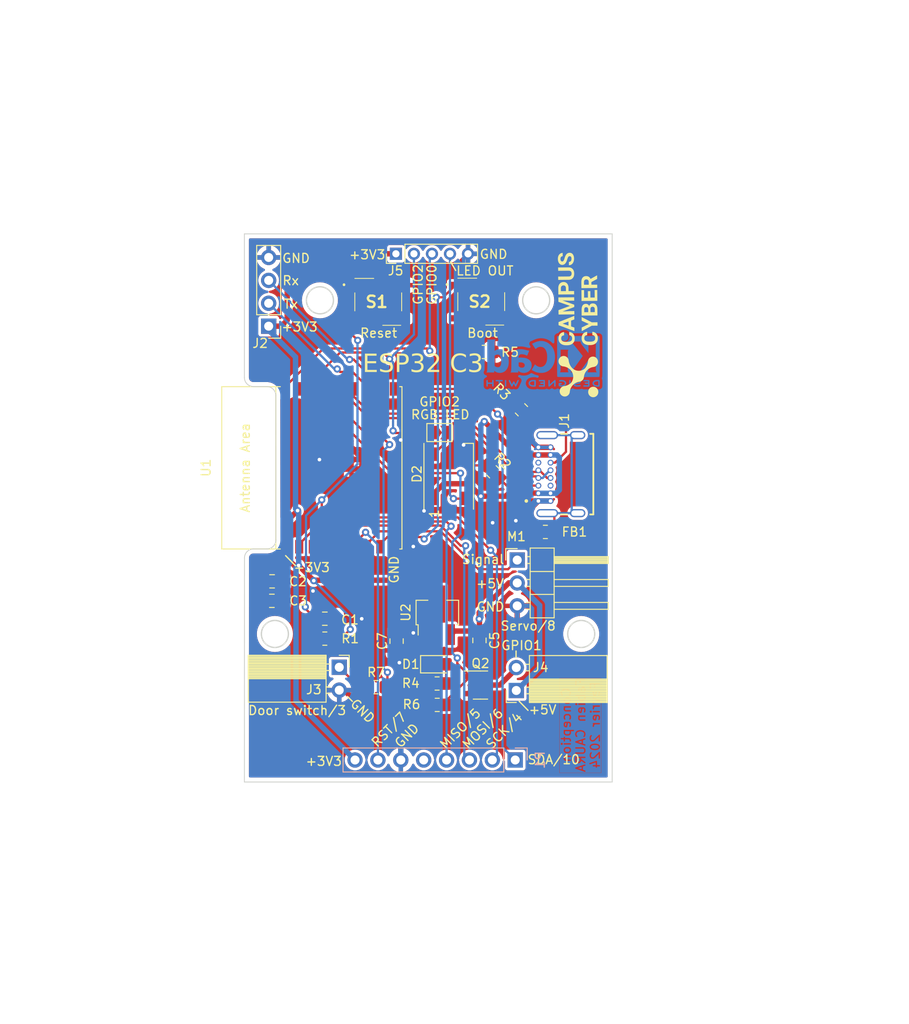
<source format=kicad_pcb>
(kicad_pcb (version 20221018) (generator pcbnew)
  (title_block (comment 4 "AISLER Project ID: KCDGUJSM"))
  (layers (0 "F.Cu" signal) (31 "B.Cu" signal) (34 "B.Paste" user) (35 "F.Paste" user) (36 "B.SilkS" user "B.Silkscreen") (37 "F.SilkS" user "F.Silkscreen") (38 "B.Mask" user) (39 "F.Mask" user) (44 "Edge.Cuts" user))
  (net 0 "")
  (net 1 "GND")
  (net 2 "+3.3V")
  (net 3 "+5V")
  (net 4 "Net-(D1-A)")
  (net 5 "LED_OUT")
  (net 6 "LED")
  (net 7 "Net-(FB1-Pad1)")
  (net 8 "Net-(J1-CC1)")
  (net 9 "/D+")
  (net 10 "/D-")
  (net 12 "Net-(J1-CC2)")
  (net 14 "TX")
  (net 15 "RX")
  (net 16 "DOOR_SWITCH")
  (net 17 "/GPIO5")
  (net 18 "/GPIO10")
  (net 19 "/GPIO4")
  (net 20 "/GPIO6")
  (net 22 "/GPIO7")
  (net 23 "OPEN")
  (net 24 "/GPIO8")
  (net 25 "Net-(D2-DIN)")
  (net 26 "/GPIO0")
  (net 27 "/Button/NO")
  (net 28 "/Button1/NO")
  (net 29 "Net-(J4-Pin_2)")
  (net 30 "Net-(J3-Pin_1)")
  (net 31 "/GPIO9")
  (footprint "Capacitor_SMD:C_0805_2012Metric_Pad1.18x1.45mm_HandSolder" (layer "F.Cu") (at 148.4122 109.3978)
    (fp_text reference "C3")
    (fp_text value "10uF")
  )
  (footprint "Connector_PinHeader_2.54mm:PinHeader_1x04_P2.54mm_Vertical" (layer "F.Cu") (at 148.0566 78.943199 180)
    (fp_text reference "J2")
    (fp_text value "Conn_01x04_Pin")
  )
  (footprint "Resistor_SMD:R_0805_2012Metric_Pad1.20x1.40mm_HandSolder" (layer "F.Cu") (at 166.7642 120.9392 180)
    (fp_text reference "R6")
    (fp_text value "10k")
  )
  (footprint "Capacitor_SMD:C_0805_2012Metric_Pad1.18x1.45mm_HandSolder" (layer "F.Cu") (at 171.45 113.7881 -90)
    (fp_text reference "C5")
    (fp_text value "10u")
  )
  (footprint "Resistor_SMD:R_0805_2012Metric_Pad1.20x1.40mm_HandSolder" (layer "F.Cu") (at 166.751 118.5672)
    (fp_text reference "R4")
    (fp_text value "10K")
  )
  (footprint "Connector_PinHeader_2.00mm:PinHeader_1x05_P2.00mm_Vertical" (layer "F.Cu") (at 162.18 70.9168 90)
    (fp_text reference "J5")
    (fp_text value "Conn_01x05")
  )
  (footprint "Resistor_SMD:R_0805_2012Metric_Pad1.20x1.40mm_HandSolder" (layer "F.Cu") (at 154.2892 113.5892)
    (fp_text reference "R1")
    (fp_text value "10K")
  )
  (footprint "Local footprints:GCT_USB4085-GF-A_REVB" (layer "F.Cu") (at 182.35 95.35 90)
    (fp_text reference "J1")
    (fp_text value "USB4085-GF-A_REVB")
  )
  (footprint "Fiducial:Fiducial_1mm_Mask2mm" (layer "F.Cu") (at 148.2642 126.7392)
    (fp_text reference "REF**" hide)
    (fp_text value "Fiducial_1mm_Mask2mm")
  )
  (footprint "Resistor_SMD:R_0805_2012Metric_Pad1.20x1.40mm_HandSolder" (layer "F.Cu") (at 178.7678 101.7578 180)
    (fp_text reference "FB1")
    (fp_text value "FerriteBead")
  )
  (footprint "Capacitor_SMD:C_0805_2012Metric_Pad1.18x1.45mm_HandSolder" (layer "F.Cu") (at 162.2552 113.8643 -90)
    (fp_text reference "C7")
    (fp_text value "22u")
  )
  (footprint "Connector_PinHeader_2.54mm:PinHeader_1x03_P2.54mm_Horizontal" (layer "F.Cu") (at 175.641 104.8766)
    (fp_text reference "M1")
    (fp_text value "Motor_Servo")
  )
  (footprint "Resistor_SMD:R_0805_2012Metric_Pad1.20x1.40mm_HandSolder" (layer "F.Cu") (at 159.9692 118.9736)
    (fp_text reference "R7")
    (fp_text value "100")
  )
  (footprint "Package_TO_SOT_SMD:SOT-89-3_Handsoldering" (layer "F.Cu") (at 166.7764 110.6932 90)
    (fp_text reference "U2")
    (fp_text value "AZ1117-3.3")
  )
  (footprint "Local footprints:PTS526SMG15JSMTR2LFS" (layer "F.Cu") (at 160.218 76.2466)
    (fp_text reference "S1")
    (fp_text value "PTS526_SMG15J_SMTR2_LFS" hide)
  )
  (footprint "Jumper:SolderJumper-2_P1.3mm_Open_TrianglePad1.0x1.5mm" (layer "F.Cu") (at 167.0142 90.7392)
    (fp_text reference "JP1" hide)
    (fp_text value "SolderJumper_2_Open")
  )
  (footprint "Espressif:ESP32-C3-WROOM-02" (layer "F.Cu") (at 155.85 94.65 90)
    (fp_text reference "U1")
    (fp_text value "ESP32-C3-WROOM-02")
  )
  (footprint "Resistor_SMD:R_0805_2012Metric_Pad1.20x1.40mm_HandSolder" (layer "F.Cu") (at 176.1142 88.2142 135)
    (fp_text reference "R3")
    (fp_text value "5.1K")
  )
  (footprint "Diode_SMD:D_0805_2012Metric_Pad1.15x1.40mm_HandSolder" (layer "F.Cu") (at 166.7764 116.4336)
    (fp_text reference "D1")
    (fp_text value "LED")
  )
  (footprint "Resistor_SMD:R_0805_2012Metric_Pad1.20x1.40mm_HandSolder" (layer "F.Cu") (at 172.9392 95.0892 -45)
    (fp_text reference "R2")
    (fp_text value "5.1K")
  )
  (footprint "Capacitor_SMD:C_0805_2012Metric_Pad1.18x1.45mm_HandSolder" (layer "F.Cu") (at 154.2892 111.379)
    (fp_text reference "C1")
    (fp_text value "1u")
  )
  (footprint "Connector_PinSocket_2.54mm:PinSocket_1x02_P2.54mm_Horizontal" (layer "F.Cu") (at 155.8892 116.7642)
    (fp_text reference "J3")
    (fp_text value "Conn_01x02_Socket")
  )
  (footprint "Capacitor_SMD:C_0805_2012Metric_Pad1.18x1.45mm_HandSolder" (layer "F.Cu") (at 148.4376 107.2388)
    (fp_text reference "C2")
    (fp_text value "100nF")
  )
  (footprint "LED_SMD:LED_WS2812B_PLCC4_5.0x5.0mm_P3.2mm" (layer "F.Cu") (at 168.0392 95.5892 90)
    (fp_text reference "D2")
    (fp_text value "WS2812B")
  )
  (footprint "Connector_PinSocket_2.54mm:PinSocket_1x02_P2.54mm_Horizontal" (layer "F.Cu") (at 175.5392 119.3392 180)
    (fp_text reference "J4")
    (fp_text value "Conn_01x02_Socket")
  )
  (footprint "Local footprints:PTS526SMG15JSMTR2LFS" (layer "F.Cu") (at 171.648 76.2212)
    (fp_text reference "S2")
    (fp_text value "PTS526_SMG15J_SMTR2_LFS" hide)
  )
  (footprint "Resistor_SMD:R_0805_2012Metric_Pad1.20x1.40mm_HandSolder" (layer "F.Cu") (at 171.975 81.8)
    (fp_text reference "R5")
    (fp_text value "220")
  )
  (footprint "Package_TO_SOT_SMD:SOT-23-3" (layer "F.Cu") (at 171.5642 118.7392)
    (fp_text reference "Q2")
    (fp_text value "Q_NMOS_GSD")
  )
  (footprint "Connector_PinSocket_2.54mm:PinSocket_1x08_P2.54mm_Vertical" (layer "B.Cu") (at 175.4212 127.048 90)
    (fp_text reference "P1")
    (fp_text value "RFID-RC522-MODULE")
  )
  (footprint "Symbol:KiCad-Logo2_5mm_Copper" (layer "B.Cu") (at 178.5142 82.6392 180)
    (fp_text reference "REF**" hide)
    (fp_text value "KiCad-Logo2_5mm_Copper" hide)
  )
  (gr_poly (pts (xy 180.225016 80.280568) (xy 180.226774 80.243072) (xy 180.229724 80.206448) (xy 180.233881 80.170707) (xy 180.239261 80.135858) (xy 180.245877 80.101913) (xy 180.253748 80.068884) (xy 180.262889 80.036779) (xy 180.273312 80.00561) (xy 180.285038 79.975386) (xy 180.298077 79.946119) (xy 180.312449 79.917821) (xy 180.328168 79.8905) (xy 180.345247 79.864167) (xy 180.363705 79.838834) (xy 180.383558 79.81451) (xy 180.403987 79.791291) (xy 180.425494 79.769269) (xy 180.448078 79.748447) (xy 180.471739 79.728833) (xy 180.496478 79.71043) (xy 180.522294 79.693244) (xy 180.549189 79.677281) (xy 180.57716 79.662546) (xy 180.606208 79.649044) (xy 180.636333 79.63678) (xy 180.667537 79.62576) (xy 180.699817 79.615991) (xy 180.733176 79.607475) (xy 180.767611 79.600218) (xy 180.803124 79.594228) (xy 180.839713 79.589509) (xy 180.84325 79.959661) (xy 180.822406 79.961958) (xy 180.802309 79.964765) (xy 180.782958 79.968082) (xy 180.764351 79.97191) (xy 180.746492 79.976248) (xy 180.729377 79.981096) (xy 180.713008 79.986455) (xy 180.697387 79.992324) (xy 180.68251 79.998703) (xy 180.668379 80.005593) (xy 180.654995 80.012993) (xy 180.642356 80.020904) (xy 180.630463 80.029325) (xy 180.619315 80.038256) (xy 180.608915 80.047698) (xy 180.59926 80.05765) (xy 180.590267 80.068236) (xy 180.581855 80.079576) (xy 180.574023 80.091662) (xy 180.566772 80.104481) (xy 180.560099 80.118023) (xy 180.554008 80.132279) (xy 180.548498 80.147236) (xy 180.543566 80.162884) (xy 180.539215 80.179213) (xy 180.535443 80.196212) (xy 180.532254 80.21387) (xy 180.529642 80.232177) (xy 180.527611 80.251121) (xy 180.526162 80.270693) (xy 180.525292 80.290882) (xy 180.525001 80.311676) (xy 180.525538 80.334427) (xy 180.527143 80.356419) (xy 180.529803 80.377655) (xy 180.533511 80.398142) (xy 180.538253 80.417886) (xy 180.544022 80.43689) (xy 180.550805 80.455162) (xy 180.558595 80.472705) (xy 180.567378 80.489525) (xy 180.577146 80.505628) (xy 180.587887 80.521018) (xy 180.599591 80.535703) (xy 180.612249 80.549686) (xy 180.625849 80.562972) (xy 180.640383 80.575568) (xy 180.655838 80.587478) (xy 180.672952 80.598662) (xy 180.691144 80.609087) (xy 180.710413 80.618756) (xy 180.730759 80.627676) (xy 180.752182 80.635852) (xy 180.774684 80.643289) (xy 180.798262 80.649992) (xy 180.822919 80.655967) (xy 180.848651 80.661219) (xy 180.875462 80.665754) (xy 180.903351 80.669576) (xy 180.932316 80.672691) (xy 180.96236 80.675105) (xy 180.99348 80.676823) (xy 181.025678 80.677849) (xy 181.058953 80.67819) (xy 181.189787 80.67819) (xy 181.224969 80.677809) (xy 181.258908 80.676675) (xy 181.291603 80.674795) (xy 181.323055 80.672182) (xy 181.353263 80.668846) (xy 181.382227 80.664798) (xy 181.409951 80.660048) (xy 181.436429 80.654608) (xy 181.461665 80.648487) (xy 181.485658 80.641696) (xy 181.508407 80.634246) (xy 181.529913 80.626147) (xy 181.550175 80.61741) (xy 181.569196 80.608046) (xy 181.586973 80.598066) (xy 181.603507 80.587478) (xy 181.611661 80.581928) (xy 181.619546 80.576167) (xy 181.627162 80.570194) (xy 181.634511 80.56401) (xy 181.641595 80.557616) (xy 181.64841 80.551013) (xy 181.654961 80.544201) (xy 181.661247 80.537181) (xy 181.66727 80.529953) (xy 181.673028 80.52252) (xy 181.678524 80.514881) (xy 181.683756 80.507035) (xy 181.688727 80.498986) (xy 181.693437 80.490732) (xy 181.697888 80.482274) (xy 181.702079 80.473614) (xy 181.70601 80.464753) (xy 181.709683 80.45569) (xy 181.713099 80.446424) (xy 181.716256 80.43696) (xy 181.721804 80.417436) (xy 181.726333 80.397119) (xy 181.729844 80.376015) (xy 181.732347 80.35413) (xy 181.733844 80.331469) (xy 181.734343 80.308038) (xy 181.734013 80.286645) (xy 181.73303 80.266007) (xy 181.731407 80.246114) (xy 181.72915 80.226954) (xy 181.726273 80.208518) (xy 181.722784 80.190793) (xy 181.718694 80.17377) (xy 181.714013 80.157439) (xy 181.708753 80.141787) (xy 181.702923 80.126806) (xy 181.696533 80.112484) (xy 181.689594 80.09881) (xy 181.682117 80.085774) (xy 181.674111 80.073365) (xy 181.665587 80.061573) (xy 181.656555 80.050387) (xy 181.646318 80.040436) (xy 181.635496 80.031001) (xy 181.624082 80.022087) (xy 181.612075 80.0137) (xy 181.599466 80.005844) (xy 181.586251 79.998526) (xy 181.572426 79.99175) (xy 181.557983 79.985521) (xy 181.54292 79.979845) (xy 181.527229 79.974727) (xy 181.510906 79.970173) (xy 181.493948 79.966187) (xy 181.476346 79.962775) (xy 181.458097 79.959943) (xy 181.439195 79.957695) (xy 181.419635 79.956036) (xy 181.409026 79.589509) (xy 181.44375 79.592273) (xy 181.477635 79.596469) (xy 181.510669 79.602092) (xy 181.542846 79.609128) (xy 181.574151 79.617567) (xy 181.604575 79.6274) (xy 181.634108 79.638614) (xy 181.662739 79.6512) (xy 181.690461 79.665147) (xy 181.717259 79.680444) (xy 181.743126 79.69708) (xy 181.76805 79.715046) (xy 181.792022 79.73433) (xy 181.815029 79.754921) (xy 181.837064 79.776811) (xy 181.858115 79.799985) (xy 181.878045 79.824309) (xy 181.896729 79.849649) (xy 181.914158 79.875999) (xy 181.930327 79.903354) (xy 181.945234 79.931708) (xy 181.958873 79.961056) (xy 181.971236 79.991393) (xy 181.982321 80.022713) (xy 181.99212 80.055011) (xy 182.000629 80.088282) (xy 182.007845 80.122521) (xy 182.01376 80.15772) (xy 182.018369 80.193879) (xy 182.021668 80.230987) (xy 182.023651 80.269042) (xy 182.024313 80.308038) (xy 182.024064 80.350993) (xy 182.021991 80.392762) (xy 182.018095 80.43335) (xy 182.012377 80.472763) (xy 182.004835 80.511007) (xy 181.99547 80.548086) (xy 181.98428 80.584007) (xy 181.971269 80.618773) (xy 181.956433 80.652391) (xy 181.939776 80.684866) (xy 181.921293 80.716204) (xy 181.900988 80.74641) (xy 181.87886 80.775488) (xy 181.854907 80.803445) (xy 181.829133 80.830286) (xy 181.801534 80.856017) (xy 181.772399 80.880425) (xy 181.742013 80.903297) (xy 181.710363 80.924627) (xy 181.677438 80.944411) (xy 181.643228 80.962642) (xy 181.607724 80.979317) (xy 181.570914 80.994428) (xy 181.532788 81.007973) (xy 181.493338 81.019942) (xy 181.45255 81.030333) (xy 181.410416 81.03914) (xy 181.366923 81.046358) (xy 181.322064 81.051981) (xy 181.275829 81.056005) (xy 181.228204 81.058422) (xy 181.17918 81.059229) (xy 181.073097 81.059229) (xy 181.041521 81.058889) (xy 181.010442 81.057869) (xy 180.97986 81.056168) (xy 180.949775 81.053787) (xy 180.920189 81.050726) (xy 180.891098 81.046984) (xy 180.862506 81.042562) (xy 180.83441 81.037459) (xy 180.806812 81.031676) (xy 180.779711 81.025212) (xy 180.753108 81.018069) (xy 180.727001 81.010245) (xy 180.701392 81.00174) (xy 180.676281 80.992555) (xy 180.651666 80.982689) (xy 180.627549 80.972142) (xy 180.603973 80.960319) (xy 180.580992 80.947974) (xy 180.558624 80.935097) (xy 180.53688 80.921678) (xy 180.515781 80.907706) (xy 180.495338 80.893171) (xy 180.47557 80.878061) (xy 180.456489 80.862366) (xy 180.438114 80.846077) (xy 180.420459 80.829181) (xy 180.40354 80.811669) (xy 180.38737 80.79353) (xy 180.371969 80.774752) (xy 180.357349 80.755328) (xy 180.343525 80.735244) (xy 180.330517 80.714491) (xy 180.317671 80.693184) (xy 180.305653 80.671446) (xy 180.294464 80.649272) (xy 180.284104 80.626658) (xy 180.274575 80.603596) (xy 180.265872 80.580083) (xy 180.257998 80.556113) (xy 180.250954 80.531681) (xy 180.244739 80.50678) (xy 180.239352 80.481406) (xy 180.234792 80.455554) (xy 180.231064 80.429218) (xy 180.228162 80.402392) (xy 180.22609 80.375071) (xy 180.224847 80.347251) (xy 180.224434 80.318925)) (fill solid) (layer "F.SilkS"))
  (gr_poly (pts (xy 183.916124 78.511714) (xy 184.552618 78.508077) (xy 184.556151 78.885491) (xy 183.919656 78.889116) (xy 182.802254 79.491521) (xy 182.798708 79.08508) (xy 183.58726 78.704041) (xy 182.795176 78.337513) (xy 182.791644 77.931073)) (fill solid) (layer "F.SilkS"))
  (gr_poly (pts (xy 183.063926 74.940835) (xy 183.070991 75.775489) (xy 183.488253 75.771852) (xy 183.481187 75.060585) (xy 183.760535 75.056958) (xy 183.767599 75.768225) (xy 184.241442 75.7646) (xy 184.234365 74.929946) (xy 184.524333 74.926309) (xy 184.534944 76.134753) (xy 182.781035 76.149266) (xy 182.770424 74.944459)) (fill solid) (layer "F.SilkS"))
  (gr_poly (pts (xy 180.199932 74.701713) (xy 180.20069 74.677053) (xy 180.201965 74.652744) (xy 180.20377 74.628792) (xy 180.206113 74.605201) (xy 180.209004 74.581977) (xy 180.212457 74.559125) (xy 180.216478 74.53665) (xy 180.221079 74.514559) (xy 180.226271 74.492855) (xy 180.232063 74.471545) (xy 180.238468 74.450633) (xy 180.245493 74.430124) (xy 180.25315 74.410027) (xy 180.261451 74.390343) (xy 180.270403 74.371079) (xy 180.279894 74.352281) (xy 180.289802 74.333995) (xy 180.300137 74.316218) (xy 180.310902 74.298952) (xy 180.322101 74.282196) (xy 180.333742 74.265951) (xy 180.345827 74.250216) (xy 180.358363 74.234991) (xy 180.371354 74.220276) (xy 180.384808 74.206072) (xy 180.398726 74.192378) (xy 180.413117 74.179195) (xy 180.427985 74.166522) (xy 180.443333 74.154359) (xy 180.459168 74.142707) (xy 180.475496 74.131565) (xy 180.492197 74.121658) (xy 180.509159 74.112346) (xy 180.526389 74.103629) (xy 180.543897 74.095507) (xy 180.561697 74.087979) (xy 180.579797 74.081049) (xy 180.598209 74.074712) (xy 180.616941 74.068971) (xy 180.636004 74.063825) (xy 180.65541 74.059274) (xy 180.675167 74.05532) (xy 180.695286 74.05196) (xy 180.71578 74.049195) (xy 180.736657 74.047027) (xy 180.757927 74.045454) (xy 180.779601 74.044477) (xy 180.811634 74.045158) (xy 180.84276 74.047205) (xy 180.872986 74.050624) (xy 180.902315 74.05542) (xy 180.930753 74.061598) (xy 180.958304 74.069163) (xy 180.984977 74.07812) (xy 181.010774 74.088477) (xy 181.035699 74.100236) (xy 181.059761 74.113404) (xy 181.082962 74.127986) (xy 181.105308 74.143987) (xy 181.126805 74.161413) (xy 181.147458 74.180268) (xy 181.167273 74.200559) (xy 181.186252 74.222289) (xy 181.204275 74.245298) (xy 181.221212 74.269412) (xy 181.23705 74.294631) (xy 181.251781 74.320956) (xy 181.265392 74.348386) (xy 181.277872 74.376922) (xy 181.289215 74.406563) (xy 181.299406 74.43731) (xy 181.308438 74.469163) (xy 181.3163 74.502121) (xy 181.322981 74.536185) (xy 181.32847 74.571355) (xy 181.332756 74.607631) (xy 181.335832 74.645012) (xy 181.337684 74.683501) (xy 181.338303 74.723093) (xy 181.338304 75.049695) (xy 181.957122 75.046071) (xy 181.960653 75.416223) (xy 180.493177 75.428365) (xy 180.493177 75.056958) (xy 181.048345 75.05332) (xy 181.044808 74.723093) (xy 181.044518 74.704977) (xy 181.043654 74.687376) (xy 181.04222 74.670297) (xy 181.040222 74.653744) (xy 181.037665 74.637722) (xy 181.034552 74.622238) (xy 181.03089 74.607296) (xy 181.026685 74.592902) (xy 181.021942 74.579061) (xy 181.016664 74.565777) (xy 181.010858 74.553057) (xy 181.004529 74.540906) (xy 180.997683 74.529328) (xy 180.990324 74.51833) (xy 180.982456 74.507916) (xy 180.974086 74.498092) (xy 180.96526 74.488864) (xy 180.956012 74.480232) (xy 180.946341 74.472196) (xy 180.936239 74.464754) (xy 180.925703 74.457907) (xy 180.914726 74.451657) (xy 180.903304 74.446002) (xy 180.89143 74.440942) (xy 180.879102 74.436477) (xy 180.866312 74.432608) (xy 180.853054 74.429333) (xy 180.839327 74.426655) (xy 180.825123 74.424571) (xy 180.810438 74.423083) (xy 180.795265 74.42219) (xy 180.779601 74.421892) (xy 180.763854 74.422231) (xy 180.748446 74.423239) (xy 180.733379 74.424906) (xy 180.718658 74.42722) (xy 180.70429 74.430174) (xy 180.690279 74.433755) (xy 180.676632 74.437952) (xy 180.663351 74.442755) (xy 180.650444 74.448153) (xy 180.637914 74.454136) (xy 180.62577 74.460693) (xy 180.614011 74.467814) (xy 180.602649 74.475487) (xy 180.591683 74.483702) (xy 180.581122 74.49245) (xy 180.570971 74.501718) (xy 180.561356 74.511499) (xy 180.552393 74.521786) (xy 180.544073 74.532571) (xy 180.536384 74.543851) (xy 180.529316 74.55562) (xy 180.522862 74.567873) (xy 180.517006 74.580603) (xy 180.511742 74.593807) (xy 180.507057 74.607479) (xy 180.502943 74.621613) (xy 180.499387 74.636204) (xy 180.496381 74.651247) (xy 180.493915 74.666736) (xy 180.491976 74.682667) (xy 180.490555 74.699034) (xy 180.48964 74.715831) (xy 180.493177 75.056958) (xy 180.493177 75.428365) (xy 180.206754 75.430736) (xy 180.19968 74.726719)) (fill solid) (layer "F.SilkS"))
  (gr_poly (pts (xy 182.760314 74.019438) (xy 182.761818 73.981072) (xy 182.764337 73.943886) (xy 182.767883 73.907874) (xy 182.772463 73.873034) (xy 182.77809 73.839357) (xy 182.784775 73.806839) (xy 182.792526 73.775475) (xy 182.801354 73.74526) (xy 182.811269 73.716188) (xy 182.822283 73.688253) (xy 182.834406 73.661451) (xy 182.847646 73.635776) (xy 182.862016 73.611223) (xy 182.877525 73.587787) (xy 182.894183 73.565462) (xy 182.911877 73.544363) (xy 182.930479 73.524621) (xy 182.94998 73.506228) (xy 182.970378 73.489182) (xy 182.991666 73.473475) (xy 183.013841 73.459104) (xy 183.036896 73.446062) (xy 183.060827 73.434345) (xy 183.085626 73.423947) (xy 183.111293 73.414863) (xy 183.137818 73.407088) (xy 183.165197 73.400617) (xy 183.193427 73.395444) (xy 183.222501 73.391564) (xy 183.252413 73.388971) (xy 183.283161 73.387662) (xy 183.305456 73.387959) (xy 183.327257 73.388853) (xy 183.348574 73.390341) (xy 183.369408 73.392425) (xy 183.389765 73.395103) (xy 183.409651 73.398378) (xy 183.429071 73.402247) (xy 183.448028 73.406712) (xy 183.466532 73.411772) (xy 183.484585 73.417428) (xy 183.502191 73.423678) (xy 183.519358 73.430524) (xy 183.53609 73.437966) (xy 183.552391 73.446001) (xy 183.56827 73.454635) (xy 183.583728 73.463862) (xy 183.598771 73.473765) (xy 183.613404 73.484421) (xy 183.627634 73.495808) (xy 183.641466 73.507913) (xy 183.654902 73.52072) (xy 183.667951 73.534213) (xy 183.680617 73.548375) (xy 183.692904 73.563191) (xy 183.704818 73.578645) (xy 183.716365 73.594721) (xy 183.727547 73.611404) (xy 183.738375 73.628675) (xy 183.748848 73.646523) (xy 183.758976 73.664927) (xy 183.768761 73.683876) (xy 183.778209 73.70335) (xy 184.492505 73.307757) (xy 184.510178 73.307757) (xy 184.513724 73.706974) (xy 183.873685 74.048102) (xy 183.877229 74.342054) (xy 184.520788 74.338417) (xy 184.524334 74.708569) (xy 183.05685 74.723724) (xy 183.05685 74.349304) (xy 183.583728 74.345677) (xy 183.580194 74.048102) (xy 183.579905 74.030708) (xy 183.579042 74.013897) (xy 183.577608 73.997661) (xy 183.575609 73.981989) (xy 183.573052 73.966869) (xy 183.56994 73.952291) (xy 183.566278 73.938244) (xy 183.562072 73.924719) (xy 183.557329 73.911703) (xy 183.552051 73.899188) (xy 183.546245 73.887161) (xy 183.539917 73.875613) (xy 183.53307 73.864532) (xy 183.52571 73.853907) (xy 183.517842 73.84373) (xy 183.509472 73.833988) (xy 183.500646 73.824761) (xy 183.491404 73.816129) (xy 183.481749 73.808092) (xy 183.471679 73.800651) (xy 183.461196 73.793805) (xy 183.450298 73.787554) (xy 183.438985 73.781899) (xy 183.427258 73.776838) (xy 183.415117 73.772374) (xy 183.402561 73.768504) (xy 183.389591 73.76523) (xy 183.376205 73.762551) (xy 183.362407 73.760468) (xy 183.348192 73.758979) (xy 183.333565 73.758086) (xy 183.318523 73.757789) (xy 183.303439 73.758086) (xy 183.288699 73.758972) (xy 183.274311 73.760444) (xy 183.260286 73.762495) (xy 183.246633 73.76512) (xy 183.233363 73.768313) (xy 183.220488 73.77207) (xy 183.208016 73.776387) (xy 183.195959 73.781254) (xy 183.184327 73.786669) (xy 183.173131 73.792627) (xy 183.16238 73.799122) (xy 183.152084 73.806148) (xy 183.142255 73.813701) (xy 183.132905 73.821774) (xy 183.124041 73.830363) (xy 183.11567 73.839547) (xy 183.107803 73.849401) (xy 183.100443 73.859914) (xy 183.093595 73.871076) (xy 183.087267 73.882876) (xy 183.08146 73.895303) (xy 183.076183 73.908346) (xy 183.07144 73.921996) (xy 183.067234 73.93624) (xy 183.063574 73.95107) (xy 183.06046 73.966473) (xy 183.057904 73.98244) (xy 183.055904 73.99896) (xy 183.05447 74.016021) (xy 183.053607 74.033614) (xy 183.053318 74.051727) (xy 183.05685 74.349304) (xy 183.05685 74.723724) (xy 182.766892 74.726719) (xy 182.759815 74.05899)) (fill solid) (layer "F.SilkS"))
  (gr_poly (pts (xy 181.978342 77.800437) (xy 181.981874 78.195989) (xy 181.621194 78.326626) (xy 181.624726 78.976218) (xy 181.988952 79.095969) (xy 181.992484 79.491521) (xy 181.334768 79.246194) (xy 181.334768 78.87823) (xy 181.331233 78.428238) (xy 180.677055 78.66049) (xy 181.334768 78.87823) (xy 181.334768 79.246194) (xy 180.231505 78.83468) (xy 180.22797 78.489941)) (fill solid) (layer "F.SilkS"))
  (gr_poly (pts (xy 181.338307 72.422331) (xy 181.373653 72.423013) (xy 181.408087 72.425067) (xy 181.441612 72.428504) (xy 181.474223 72.433334) (xy 181.505923 72.439567) (xy 181.536711 72.447215) (xy 181.56659 72.45629) (xy 181.595555 72.466796) (xy 181.623609 72.478753) (xy 181.650751 72.492165) (xy 181.676981 72.507045) (xy 181.7023 72.523405) (xy 181.726707 72.541251) (xy 181.750201 72.560599) (xy 181.772785 72.581456) (xy 181.794455 72.603835) (xy 181.815012 72.627466) (xy 181.834246 72.652124) (xy 181.852165 72.677817) (xy 181.868774 72.704548) (xy 181.884076 72.732324) (xy 181.89808 72.761149) (xy 181.910788 72.791028) (xy 181.922206 72.821968) (xy 181.932339 72.853972) (xy 181.941191 72.887047) (xy 181.948771 72.921197) (xy 181.95508 72.956428) (xy 181.960126 72.992744) (xy 181.963914 73.030151) (xy 181.966446 73.068657) (xy 181.967731 73.108263) (xy 181.967149 73.147216) (xy 181.965391 73.185146) (xy 181.962441 73.222054) (xy 181.958284 73.257939) (xy 181.952905 73.292804) (xy 181.946288 73.326648) (xy 181.938417 73.359469) (xy 181.929278 73.391272) (xy 181.918854 73.422054) (xy 181.907129 73.451817) (xy 181.89409 73.480561) (xy 181.879718 73.508287) (xy 181.864 73.534995) (xy 181.84692 73.560685) (xy 181.828462 73.585358) (xy 181.808612 73.609014) (xy 181.788223 73.631465) (xy 181.76684 73.652551) (xy 181.744462 73.672266) (xy 181.721091 73.690604) (xy 181.696725 73.70756) (xy 181.671362 73.723129) (xy 181.645008 73.737305) (xy 181.617658 73.750084) (xy 181.589312 73.761458) (xy 181.559973 73.771424) (xy 181.52964 73.779977) (xy 181.498312 73.787109) (xy 181.46599 73.792817) (xy 181.432674 73.797095) (xy 181.398363 73.799937) (xy 181.363058 73.801339) (xy 180.19261 73.812226) (xy 180.189075 73.442035) (xy 181.348915 73.431187) (xy 181.3698 73.430847) (xy 181.390016 73.429828) (xy 181.409558 73.42813) (xy 181.428422 73.425752) (xy 181.446603 73.422695) (xy 181.464094 73.418957) (xy 181.480892 73.414539) (xy 181.49699 73.409441) (xy 181.512382 73.403662) (xy 181.527067 73.397203) (xy 181.541035 73.390062) (xy 181.554285 73.382241) (xy 181.566807 73.373738) (xy 181.5786 73.364553) (xy 181.589658 73.354686) (xy 181.599974 73.344139) (xy 181.609591 73.333036) (xy 181.618548 73.321497) (xy 181.626853 73.309511) (xy 181.634511 73.29707) (xy 181.641525 73.284161) (xy 181.647903 73.270773) (xy 181.653649 73.256898) (xy 181.658767 73.242522) (xy 181.663265 73.227637) (xy 181.667146 73.212231) (xy 181.670415 73.196292) (xy 181.673078 73.179814) (xy 181.675141 73.162782) (xy 181.676608 73.145188) (xy 181.677484 73.127017) (xy 181.677774 73.108263) (xy 181.677453 73.089164) (xy 181.676492 73.070661) (xy 181.674891 73.052753) (xy 181.672651 73.035442) (xy 181.669773 73.018727) (xy 181.666261 73.002607) (xy 181.662113 72.987084) (xy 181.657333 72.972157) (xy 181.65192 72.957823) (xy 181.645877 72.944086) (xy 181.639204 72.930946) (xy 181.631903 72.9184) (xy 181.623976 72.90645) (xy 181.615422 72.895096) (xy 181.606246 72.884337) (xy 181.596445 72.874173) (xy 181.586024 72.864606) (xy 181.574982 72.855632) (xy 181.563321 72.847254) (xy 181.551042 72.839471) (xy 181.538146 72.832283) (xy 181.524637 72.825691) (xy 181.510513 72.819693) (xy 181.495776 72.814291) (xy 181.480428 72.809483) (xy 181.46447 72.80527) (xy 181.447903 72.801652) (xy 181.43073 72.798629) (xy 181.412949 72.796201) (xy 181.394565 72.794367) (xy 181.355987 72.792483) (xy 180.189074 72.803331) (xy 180.182002 72.433178)) (fill solid) (layer "F.SilkS"))
  (gr_poly (pts (xy 181.9642 75.7392) (xy 181.967731 76.112976) (xy 181.486825 76.116601) (xy 180.659374 76.087576) (xy 181.971264 76.562965) (xy 181.974809 76.816992) (xy 180.673519 77.314158) (xy 181.500967 77.270607) (xy 181.981873 77.266982) (xy 181.985406 77.637135) (xy 180.231508 77.651647) (xy 180.220898 77.16537) (xy 181.490357 76.693605) (xy 180.213826 76.243614) (xy 180.210291 75.753712)) (fill solid) (layer "F.SilkS"))
  (gr_line (start 156.8142 120.0142) (end 157.3392 120.5392) (stroke (width 0.15)) (layer "F.SilkS"))
  (gr_line (start 168.2392 71.7892) (end 168.8142 72.7642) (stroke (width 0.15)) (layer "F.SilkS"))
  (gr_poly (pts (xy 182.788555 77.096115) (xy 182.789923 77.057082) (xy 182.792201 77.019249) (xy 182.795394 76.982623) (xy 182.799497 76.94721) (xy 182.804511 76.913013) (xy 182.810438 76.880039) (xy 182.817275 76.848295) (xy 182.825025 76.817781) (xy 182.833687 76.788508) (xy 182.843259 76.760478) (xy 182.853742 76.733698) (xy 182.865138 76.708173) (xy 182.877446 76.683908) (xy 182.890664 76.660908) (xy 182.904793 76.639179) (xy 182.920459 76.618723) (xy 182.936963 76.599543) (xy 182.954318 76.581639) (xy 182.972534 76.565011) (xy 182.991618 76.549659) (xy 183.011583 76.535582) (xy 183.03244 76.522779) (xy 183.054197 76.511256) (xy 183.076866 76.501006) (xy 183.100457 76.492032) (xy 183.12498 76.484334) (xy 183.150444 76.477911) (xy 183.176863 76.472764) (xy 183.204246 76.468893) (xy 183.232602 76.466297) (xy 183.26194 76.464977) (xy 183.277768 76.465233) (xy 183.293421 76.465998) (xy 183.308886 76.467274) (xy 183.324154 76.46906) (xy 183.339215 76.471357) (xy 183.354059 76.474164) (xy 183.368676 76.477481) (xy 183.383054 76.481309) (xy 183.397183 76.485647) (xy 183.411054 76.490495) (xy 183.424653 76.495854) (xy 183.437975 76.501722) (xy 183.451006 76.508103) (xy 183.463736 76.514992) (xy 183.476155 76.522393) (xy 183.488252 76.530303) (xy 183.500604 76.538722) (xy 183.512468 76.547641) (xy 183.523855 76.557049) (xy 183.534775 76.566935) (xy 183.545239 76.577289) (xy 183.555258 76.5881) (xy 183.564842 76.599357) (xy 183.574001 76.61105) (xy 183.582747 76.623169) (xy 183.591087 76.635701) (xy 183.599035 76.648638) (xy 183.606598 76.661967) (xy 183.61379 76.675679) (xy 183.620619 76.689763) (xy 183.627094 76.704208) (xy 183.633231 76.719004) (xy 183.637498 76.702168) (xy 183.64234 76.685688) (xy 183.647754 76.669579) (xy 183.65373 76.653859) (xy 183.660266 76.638542) (xy 183.667358 76.623644) (xy 183.674997 76.609183) (xy 183.68318 76.595173) (xy 183.691903 76.581632) (xy 183.701158 76.568573) (xy 183.710941 76.556015) (xy 183.721247 76.543972) (xy 183.732072 76.53246) (xy 183.743409 76.521498) (xy 183.755253 76.511098) (xy 183.767599 76.501278) (xy 183.780404 76.491409) (xy 183.793617 76.482211) (xy 183.807235 76.473671) (xy 183.821251 76.465781) (xy 183.835661 76.458527) (xy 183.850459 76.451902) (xy 183.865639 76.445893) (xy 183.8812 76.440491) (xy 183.897131 76.435683) (xy 183.913432 76.43146) (xy 183.930093 76.427811) (xy 183.947113 76.424725) (xy 183.964486 76.422192) (xy 183.982204 76.420201) (xy 184.000264 76.418742) (xy 184.018662 76.417803) (xy 184.049992 76.418441) (xy 184.080332 76.420355) (xy 184.109688 76.423544) (xy 184.138066 76.42801) (xy 184.165469 76.433751) (xy 184.191902 76.440768) (xy 184.217372 76.449061) (xy 184.241884 76.45863) (xy 184.265444 76.469474) (xy 184.288054 76.481594) (xy 184.309723 76.494989) (xy 184.330454 76.50966) (xy 184.350252 76.525608) (xy 184.369124 76.542831) (xy 184.387074 76.561329) (xy 184.404108 76.581103) (xy 184.420185 76.602111) (xy 184.435267 76.624299) (xy 184.449356 76.647656) (xy 184.462451 76.672172) (xy 184.47455 76.697835) (xy 184.485656 76.724637) (xy 184.495766 76.752565) (xy 184.504883 76.781609) (xy 184.513003 76.811759) (xy 184.520131 76.843004) (xy 184.526263 76.875333) (xy 184.531401 76.908735) (xy 184.535545 76.943201) (xy 184.538694 76.978719) (xy 184.540848 77.015278) (xy 184.542008 77.052869) (xy 184.545541 77.753261) (xy 183.778209 77.75961) (xy 183.778208 77.386734) (xy 184.252052 77.383109) (xy 184.248519 77.063757) (xy 184.24827 77.047642) (xy 184.247525 77.031956) (xy 184.246281 77.016707) (xy 184.244541 77.001899) (xy 184.242303 76.987537) (xy 184.239568 76.973627) (xy 184.236335 76.960174) (xy 184.232604 76.947183) (xy 184.228378 76.934661) (xy 184.223652 76.922611) (xy 184.21843 76.911039) (xy 184.212712 76.899951) (xy 184.206494 76.889352) (xy 184.19978 76.879248) (xy 184.192569 76.869643) (xy 184.184861 76.860543) (xy 184.176778 76.851954) (xy 184.168433 76.84388) (xy 184.159805 76.836327) (xy 184.150885 76.8293) (xy 184.141652 76.822804) (xy 184.132092 76.816845) (xy 184.122191 76.811428) (xy 184.111932 76.806559) (xy 184.101299 76.802242) (xy 184.090279 76.798484) (xy 184.078855 76.795289) (xy 184.067011 76.792663) (xy 184.054733 76.790612) (xy 184.042002 76.78914) (xy 184.028808 76.788252) (xy 184.015131 76.787955) (xy 184.000441 76.78821) (xy 183.986206 76.788975) (xy 183.972428 76.790249) (xy 183.959107 76.792031) (xy 183.946239 76.794321) (xy 183.93383 76.797118) (xy 183.921875 76.800421) (xy 183.910376 76.80423) (xy 183.899333 76.808544) (xy 183.888745 76.813362) (xy 183.878612 76.818684) (xy 183.868937 76.824509) (xy 183.859717 76.830837) (xy 183.850953 76.837666) (xy 183.842645 76.844996) (xy 183.834792 76.852826) (xy 183.827396 76.861157) (xy 183.820455 76.869986) (xy 183.813969 76.879312) (xy 183.807941 76.889138) (xy 183.802366 76.899462) (xy 183.79725 76.91028) (xy 183.792587 76.921594) (xy 183.788381 76.933403) (xy 183.784632 76.945707) (xy 183.781337 76.958505) (xy 183.778498 76.971795) (xy 183.776117 76.985578) (xy 183.774189 76.999853) (xy 183.772719 77.014618) (xy 183.771144 77.04562) (xy 183.778208 77.386734) (xy 183.778209 77.75961) (xy 183.085134 77.765345) (xy 183.085134 77.393995) (xy 183.523614 77.39037) (xy 183.520082 77.11457) (xy 183.51859 77.080332) (xy 183.515445 77.048381) (xy 183.510652 77.018705) (xy 183.50422 76.991294) (xy 183.500388 76.978434) (xy 183.49615 76.966136) (xy 183.491503 76.954399) (xy 183.486447 76.943222) (xy 183.480987 76.932603) (xy 183.475121 76.922541) (xy 183.468848 76.913034) (xy 183.462172 76.904082) (xy 183.45509 76.895682) (xy 183.447605 76.887834) (xy 183.43972 76.880536) (xy 183.431431 76.873788) (xy 183.42274 76.867586) (xy 183.413649 76.861931) (xy 183.404157 76.856821) (xy 183.394267 76.852254) (xy 183.383977 76.84823) (xy 183.373288 76.844746) (xy 183.362204 76.841803) (xy 183.35072 76.839397) (xy 183.338843 76.837528) (xy 183.326568 76.836195) (xy 183.300835 76.83513) (xy 183.286459 76.835427) (xy 183.272513 76.836314) (xy 183.259014 76.837786) (xy 183.245974 76.839838) (xy 183.233411 76.842464) (xy 183.22134 76.845659) (xy 183.209777 76.849417) (xy 183.198736 76.853734) (xy 183.188234 76.858603) (xy 183.178285 76.86402) (xy 183.168908 76.869979) (xy 183.160114 76.876475) (xy 183.151922 76.883502) (xy 183.144346 76.891055) (xy 183.137402 76.899129) (xy 183.131104 76.907719) (xy 183.124682 76.916903) (xy 183.11868 76.926763) (xy 183.113103 76.937293) (xy 183.107954 76.948487) (xy 183.103242 76.960341) (xy 183.098971 76.972848) (xy 183.095144 76.986004) (xy 183.091768 76.999803) (xy 183.088848 77.01424) (xy 183.086388 77.029309) (xy 183.084395 77.045006) (xy 183.082874 77.061324) (xy 183.081827 77.078258) (xy 183.081263 77.095804) (xy 183.081187 77.113955) (xy 183.0816 77.132707) (xy 183.085134 77.393995) (xy 183.085134 77.765345) (xy 182.791644 77.767774) (xy 182.788098 77.136345)) (fill solid) (layer "F.SilkS"))
  (gr_poly (pts (xy 183.517301 86.220257) (xy 183.518746 86.194181) (xy 183.521321 86.168179) (xy 183.525029 86.142297) (xy 183.529867 86.116577) (xy 183.53584 86.091062) (xy 183.542944 86.065796) (xy 183.551182 86.040821) (xy 183.560556 86.016181) (xy 183.571063 85.991921) (xy 183.582707 85.968079) (xy 183.595487 85.944704) (xy 183.609403 85.921835) (xy 183.624457 85.899518) (xy 183.64065 85.877795) (xy 183.657983 85.856709) (xy 183.679355 85.833298) (xy 183.70166 85.811376) (xy 183.724834 85.790944) (xy 183.748818 85.772002) (xy 183.773547 85.754552) (xy 183.798958 85.738593) (xy 183.824994 85.724127) (xy 183.851586 85.711154) (xy 183.878677 85.699674) (xy 183.906203 85.689689) (xy 183.934103 85.6812) (xy 183.962312 85.674205) (xy 183.990769 85.668707) (xy 184.019415 85.664707) (xy 184.048184 85.662205) (xy 184.077015 85.661199) (xy 184.105845 85.661694) (xy 184.134615 85.663688) (xy 184.163259 85.667182) (xy 184.191716 85.672178) (xy 184.219926 85.678676) (xy 184.247824 85.686675) (xy 184.275349 85.696177) (xy 184.302439 85.707185) (xy 184.329033 85.719696) (xy 184.355066 85.733712) (xy 184.380478 85.749233) (xy 184.405205 85.766262) (xy 184.429188 85.784796) (xy 184.452361 85.80484) (xy 184.474666 85.826391) (xy 184.496037 85.849451) (xy 184.51371 85.870207) (xy 184.530266 85.891622) (xy 184.545701 85.913653) (xy 184.560013 85.936255) (xy 184.573206 85.959386) (xy 184.585276 85.983003) (xy 184.596224 86.007063) (xy 184.606047 86.031522) (xy 184.614747 86.056337) (xy 184.622323 86.081464) (xy 184.628772 86.106863) (xy 184.634095 86.132487) (xy 184.638293 86.158295) (xy 184.641363 86.184243) (xy 184.643305 86.210288) (xy 184.644118 86.236387) (xy 184.643802 86.262496) (xy 184.642356 86.288572) (xy 184.639778 86.314575) (xy 184.636072 86.340456) (xy 184.631231 86.366177) (xy 184.62526 86.391692) (xy 184.618155 86.416958) (xy 184.609916 86.441933) (xy 184.600544 86.466572) (xy 184.590035 86.490834) (xy 184.578392 86.514674) (xy 184.56561 86.53805) (xy 184.551693 86.560919) (xy 184.53664 86.583236) (xy 184.520446 86.604959) (xy 184.503115 86.626045) (xy 184.481752 86.649456) (xy 184.459476 86.671378) (xy 184.436347 86.69181) (xy 184.412424 86.710752) (xy 184.38777 86.728203) (xy 184.362442 86.744161) (xy 184.336501 86.758627) (xy 184.310008 86.7716) (xy 184.283024 86.78308) (xy 184.255608 86.793065) (xy 184.227819 86.801555) (xy 184.199719 86.808549) (xy 184.171369 86.814048) (xy 184.142828 86.818048) (xy 184.114155 86.820551) (xy 184.085412 86.821555) (xy 184.056658 86.821061) (xy 184.027954 86.819066) (xy 183.999362 86.815572) (xy 183.970939 86.810576) (xy 183.942746 86.804079) (xy 183.914844 86.796079) (xy 183.887293 86.786576) (xy 183.860153 86.77557) (xy 183.833485 86.763058) (xy 183.807347 86.749042) (xy 183.781802 86.733521) (xy 183.756909 86.716492) (xy 183.732727 86.697957) (xy 183.70932 86.677914) (xy 183.686742 86.656363) (xy 183.66506 86.633303) (xy 183.647387 86.612546) (xy 183.630832 86.591132) (xy 183.6154 86.569101) (xy 183.601086 86.546499) (xy 183.587895 86.523368) (xy 183.575826 86.499751) (xy 183.564879 86.475691) (xy 183.555054 86.451232) (xy 183.546356 86.426417) (xy 183.53878 86.401289) (xy 183.53233 86.375891) (xy 183.527007 86.350267) (xy 183.52281 86.324459) (xy 183.519739 86.298511) (xy 183.517797 86.272466) (xy 183.516985 86.246367)) (fill solid) (layer "F.SilkS"))
  (gr_line (start 175.5142 114.9642) (end 175.5142 115.6642) (stroke (width 0.15)) (layer "F.SilkS"))
  (gr_poly (pts (xy 184.110937 83.479427) (xy 184.111266 83.479117) (xy 184.111596 83.47883) (xy 184.111924 83.478563) (xy 184.112249 83.478318) (xy 184.112569 83.478094) (xy 184.112887 83.477892) (xy 184.113201 83.477711) (xy 184.11351 83.477551) (xy 184.113812 83.477411) (xy 184.114108 83.477295) (xy 184.114396 83.477199) (xy 184.114678 83.477124) (xy 184.114951 83.477071) (xy 184.115215 83.477039) (xy 184.115468 83.477027) (xy 184.115713 83.477039) (xy 184.115944 83.477071) (xy 184.116166 83.477124) (xy 184.116375 83.477199) (xy 184.116571 83.477295) (xy 184.116752 83.477412) (xy 184.116921 83.477551) (xy 184.117074 83.477711) (xy 184.117211 83.477892) (xy 184.117332 83.478094) (xy 184.117436 83.478318) (xy 184.117523 83.478563) (xy 184.117593 83.478831) (xy 184.117641 83.479117) (xy 184.117672 83.479427) (xy 184.117683 83.479757) (xy 184.110605 83.479757)) (fill solid) (layer "F.SilkS"))
  (gr_poly (pts (xy 180.228412 82.809298) (xy 180.229868 82.78023) (xy 180.232743 82.751244) (xy 180.237039 82.722398) (xy 180.242757 82.693753) (xy 180.249895 82.665369) (xy 180.258458 82.637305) (xy 180.268443 82.609621) (xy 180.27985 82.582377) (xy 180.292684 82.555633) (xy 180.306942 82.529449) (xy 180.322627 82.503882) (xy 180.339737 82.478996) (xy 180.358274 82.454849) (xy 180.37824 82.4315) (xy 180.399633 82.40901) (xy 180.422455 82.387437) (xy 180.442649 82.3703) (xy 180.463427 82.354268) (xy 180.484749 82.339341) (xy 180.506575 82.325521) (xy 180.528869 82.312804) (xy 180.551589 82.301196) (xy 180.574696 82.290692) (xy 180.598155 82.281294) (xy 180.621923 82.273001) (xy 180.645965 82.265814) (xy 180.670238 82.259733) (xy 180.694706 82.254758) (xy 180.71933 82.250888) (xy 180.744071 82.248124) (xy 180.768889 82.246465) (xy 180.793745 82.245912) (xy 180.818601 82.246465) (xy 180.843419 82.248124) (xy 180.868159 82.250888) (xy 180.892784 82.254758) (xy 180.917251 82.259733) (xy 180.941526 82.265814) (xy 180.965566 82.273001) (xy 180.989336 82.281294) (xy 181.012793 82.290693) (xy 181.035903 82.301196) (xy 181.058622 82.312805) (xy 181.080915 82.325521) (xy 181.102742 82.339341) (xy 181.124064 82.354268) (xy 181.14484 82.3703) (xy 181.165036 82.387438) (xy 181.185673 82.406266) (xy 181.205149 82.425972) (xy 181.223465 82.446496) (xy 181.24062 82.467782) (xy 181.256616 82.489768) (xy 181.271451 82.512398) (xy 181.285124 82.535613) (xy 181.297639 82.559354) (xy 181.308993 82.583563) (xy 181.319187 82.608182) (xy 181.328222 82.633151) (xy 181.336095 82.658413) (xy 181.342807 82.683909) (xy 181.348361 82.70958) (xy 181.352752 82.735368) (xy 181.355984 82.761215) (xy 181.355985 82.772102) (xy 181.361517 82.811335) (xy 181.374384 82.879103) (xy 181.396948 82.969919) (xy 181.412604 83.022256) (xy 181.43157 83.078298) (xy 181.454142 83.137359) (xy 181.480613 83.198754) (xy 181.51128 83.261797) (xy 181.54644 83.325802) (xy 181.586384 83.390084) (xy 181.631411 83.453957) (xy 181.681814 83.516735) (xy 181.737888 83.577732) (xy 181.74717 83.587094) (xy 181.756452 83.596159) (xy 181.765733 83.604969) (xy 181.775016 83.613566) (xy 181.793579 83.630294) (xy 181.812144 83.646681) (xy 181.849468 83.676972) (xy 181.887801 83.705244) (xy 181.927073 83.731498) (xy 181.967214 83.755735) (xy 182.008156 83.777959) (xy 182.049828 83.798169) (xy 182.092162 83.816366) (xy 182.135089 83.832553) (xy 182.17854 83.84673) (xy 182.222444 83.8589) (xy 182.266732 83.869063) (xy 182.311336 83.877221) (xy 182.356185 83.883374) (xy 182.401212 83.887525) (xy 182.446346 83.889674) (xy 182.491518 83.889823) (xy 182.536659 83.887972) (xy 182.581699 83.884126) (xy 182.62657 83.878283) (xy 182.671201 83.870445) (xy 182.715526 83.860615) (xy 182.759472 83.84879) (xy 182.802971 83.834976) (xy 182.845956 83.819172) (xy 182.888353 83.801381) (xy 182.930098 83.781602) (xy 182.971118 83.759838) (xy 183.011344 83.736089) (xy 183.050708 83.710359) (xy 183.08914 83.682646) (xy 183.126572 83.652954) (xy 183.162934 83.621282) (xy 183.169999 83.61402) (xy 183.194547 83.584232) (xy 183.217823 83.554112) (xy 183.239862 83.523733) (xy 183.260696 83.493167) (xy 183.28036 83.462487) (xy 183.298887 83.431765) (xy 183.316309 83.401073) (xy 183.332662 83.370484) (xy 183.362296 83.309906) (xy 183.388054 83.250608) (xy 183.410206 83.193171) (xy 183.429024 83.138173) (xy 183.444773 83.086195) (xy 183.457727 83.037816) (xy 183.468152 82.993615) (xy 183.476317 82.954172) (xy 183.486953 82.891876) (xy 183.491785 82.855565) (xy 183.494269 82.831076) (xy 183.497738 82.80662) (xy 183.502181 82.782225) (xy 183.507588 82.757927) (xy 183.513948 82.733756) (xy 183.52125 82.709745) (xy 183.529486 82.685925) (xy 183.538641 82.662328) (xy 183.548711 82.638987) (xy 183.559679 82.615932) (xy 183.571541 82.593196) (xy 183.584281 82.570811) (xy 183.597892 82.548808) (xy 183.612363 82.527218) (xy 183.627681 82.506077) (xy 183.64384 82.485413) (xy 183.665141 82.464331) (xy 183.68724 82.44463) (xy 183.710081 82.426311) (xy 183.733612 82.409376) (xy 183.75778 82.393822) (xy 183.782531 82.379651) (xy 183.807815 82.366861) (xy 183.833575 82.355454) (xy 183.859761 82.345428) (xy 183.886318 82.336785) (xy 183.913194 82.329524) (xy 183.940334 82.323645) (xy 183.967688 82.319148) (xy 183.995201 82.316033) (xy 184.02282 82.314301) (xy 184.050491 82.31395) (xy 184.078164 82.314982) (xy 184.105782 82.317395) (xy 184.133296 82.321191) (xy 184.160649 82.326369) (xy 184.187789 82.332928) (xy 184.214666 82.34087) (xy 184.241222 82.350194) (xy 184.267408 82.3609) (xy 184.293169 82.372988) (xy 184.318452 82.386458) (xy 184.343203 82.40131) (xy 184.367371 82.417544) (xy 184.390903 82.43516) (xy 184.413743 82.454158) (xy 184.435842 82.47454) (xy 184.457143 82.496301) (xy 184.47577 82.517431) (xy 184.493194 82.539276) (xy 184.509417 82.561792) (xy 184.524438 82.58493) (xy 184.538259 82.608642) (xy 184.550877 82.63288) (xy 184.562293 82.657596) (xy 184.572508 82.682744) (xy 184.581519 82.708273) (xy 184.58933 82.734138) (xy 184.59594 82.760288) (xy 184.601349 82.78668) (xy 184.605554 82.813262) (xy 184.608559 82.839987) (xy 184.61036 82.866808) (xy 184.610962 82.893677) (xy 184.61036 82.920546) (xy 184.608559 82.947367) (xy 184.605554 82.974092) (xy 184.601348 83.000674) (xy 184.59594 83.027064) (xy 184.58933 83.053215) (xy 184.58152 83.079079) (xy 184.572508 83.104608) (xy 184.562293 83.129754) (xy 184.550876 83.154469) (xy 184.538258 83.178707) (xy 184.524438 83.202418) (xy 184.509417 83.225555) (xy 184.493194 83.24807) (xy 184.475769 83.269916) (xy 184.457142 83.291043) (xy 184.438253 83.310263) (xy 184.418737 83.328452) (xy 184.398631 83.3456) (xy 184.377968 83.361695) (xy 184.35679 83.376727) (xy 184.335129 83.390685) (xy 184.313021 83.403559) (xy 184.290506 83.415338) (xy 184.267617 83.426011) (xy 184.24439 83.435568) (xy 184.220863 83.443998) (xy 184.197073 83.451289) (xy 184.173056 83.457434) (xy 184.148845 83.462419) (xy 184.12448 83.466234) (xy 184.099995 83.46887) (xy 184.03635 83.479757) (xy 183.989281 83.489532) (xy 183.942912 83.501138) (xy 183.897278 83.514537) (xy 183.852411 83.529689) (xy 183.808352 83.546556) (xy 183.765132 83.565098) (xy 183.681361 83.607051) (xy 183.601379 83.655234) (xy 183.525475 83.709333) (xy 183.453933 83.769035) (xy 183.387035 83.834026) (xy 183.325071 83.903993) (xy 183.268322 83.978622) (xy 183.217072 84.057599) (xy 183.171611 84.140612) (xy 183.132219 84.227345) (xy 183.099183 84.317487) (xy 183.072786 84.410722) (xy 183.053318 84.506738) (xy 183.051995 84.518475) (xy 183.050715 84.529192) (xy 183.048449 84.547566) (xy 183.047543 84.555221) (xy 183.046847 84.561856) (xy 183.046399 84.56747) (xy 183.04628 84.569894) (xy 183.046239 84.572063) (xy 183.044335 84.59715) (xy 183.041287 84.622041) (xy 183.037108 84.646708) (xy 183.031818 84.671125) (xy 183.025428 84.695265) (xy 183.017957 84.719103) (xy 183.009418 84.742611) (xy 182.999829 84.765763) (xy 182.989203 84.788532) (xy 182.977557 84.810891) (xy 182.964906 84.832815) (xy 182.951264 84.854276) (xy 182.936651 84.875249) (xy 182.921078 84.895705) (xy 182.904563 84.91562) (xy 182.88712 84.934965) (xy 182.868188 84.953504) (xy 182.848558 84.971017) (xy 182.828276 84.9875) (xy 182.807388 85.002945) (xy 182.785941 85.017349) (xy 182.76398 85.030706) (xy 182.741555 85.043011) (xy 182.71871 85.054258) (xy 182.695493 85.064442) (xy 182.671947 85.073556) (xy 182.648125 85.081599) (xy 182.624067 85.088562) (xy 182.599824 85.09444) (xy 182.57544 85.099229) (xy 182.550962 85.102922) (xy 182.526439 85.105516) (xy 182.52997 85.109154) (xy 182.466326 85.120041) (xy 182.419579 85.129805) (xy 182.373509 85.141381) (xy 182.328156 85.154732) (xy 182.283553 85.169818) (xy 182.196747 85.205048) (xy 182.113379 85.246769) (xy 182.033739 85.294678) (xy 181.95812 85.348471) (xy 181.886812 85.407846) (xy 181.820103 85.472499) (xy 181.758282 85.542128) (xy 181.701642 85.61643) (xy 181.650472 85.695102) (xy 181.605063 85.77784) (xy 181.565703 85.864342) (xy 181.532683 85.954304) (xy 181.506294 86.047424) (xy 181.495677 86.095074) (xy 181.486825 86.143399) (xy 181.485503 86.155137) (xy 181.484224 86.165853) (xy 181.481957 86.184225) (xy 181.481052 86.191881) (xy 181.480355 86.198514) (xy 181.479905 86.204127) (xy 181.479788 86.206551) (xy 181.479748 86.20872) (xy 181.479748 86.212348) (xy 181.477261 86.236795) (xy 181.47378 86.26112) (xy 181.469306 86.285284) (xy 181.463836 86.309252) (xy 181.457371 86.332987) (xy 181.449913 86.35645) (xy 181.441459 86.379605) (xy 181.432012 86.402415) (xy 181.421568 86.424841) (xy 181.410132 86.446848) (xy 181.397701 86.468397) (xy 181.384273 86.489453) (xy 181.369854 86.509976) (xy 181.354438 86.529931) (xy 181.338029 86.54928) (xy 181.320625 86.567986) (xy 181.298962 86.589717) (xy 181.276446 86.610001) (xy 181.253135 86.628838) (xy 181.229087 86.646228) (xy 181.204359 86.662169) (xy 181.179012 86.67666) (xy 181.153104 86.689702) (xy 181.126692 86.701293) (xy 181.099833 86.711433) (xy 181.072588 86.720121) (xy 181.045013 86.727356) (xy 181.017168 86.733138) (xy 180.989112 86.737467) (xy 180.9609 86.74034) (xy 180.932593 86.741759) (xy 180.904248 86.741722) (xy 180.875924 86.740228) (xy 180.84768 86.737277) (xy 180.819572 86.732868) (xy 180.79166 86.727) (xy 180.764001 86.719674) (xy 180.736655 86.710887) (xy 180.709679 86.70064) (xy 180.683132 86.688932) (xy 180.657071 86.675762) (xy 180.631555 86.661129) (xy 180.606645 86.645033) (xy 180.582395 86.627473) (xy 180.558865 86.608449) (xy 180.536113 86.58796) (xy 180.514198 86.566005) (xy 180.493177 86.542583) (xy 180.476478 86.521858) (xy 180.460854 86.500535) (xy 180.44631 86.478653) (xy 180.432843 86.456254) (xy 180.420452 86.433376) (xy 180.409139 86.410059) (xy 180.398905 86.386344) (xy 180.389746 86.36227) (xy 180.381667 86.337878) (xy 180.374663 86.313204) (xy 180.368737 86.288293) (xy 180.363889 86.263183) (xy 180.357424 86.212523) (xy 180.35527 86.161544) (xy 180.357425 86.110565) (xy 180.363889 86.059905) (xy 180.368737 86.034794) (xy 180.374663 86.009883) (xy 180.381667 85.985209) (xy 180.389746 85.960817) (xy 180.398905 85.936743) (xy 180.409139 85.913028) (xy 180.420452 85.889711) (xy 180.432843 85.866833) (xy 180.446309 85.844433) (xy 180.460855 85.822552) (xy 180.476478 85.801229) (xy 180.493177 85.780504) (xy 180.512147 85.759325) (xy 180.531895 85.739338) (xy 180.552367 85.720541) (xy 180.573513 85.702935) (xy 180.59528 85.68652) (xy 180.617618 85.671294) (xy 180.640473 85.657263) (xy 180.663794 85.644418) (xy 180.68753 85.632766) (xy 180.711627 85.622305) (xy 180.736037 85.613034) (xy 180.760706 85.604954) (xy 180.78558 85.598064) (xy 180.810612 85.592366) (xy 180.835745 85.587858) (xy 180.860932 85.584541) (xy 180.864467 85.584541) (xy 180.896521 85.580863) (xy 180.950495 85.571443) (xy 181.022785 85.554624) (xy 181.064672 85.542921) (xy 181.109785 85.528746) (xy 181.157675 85.511892) (xy 181.207891 85.492151) (xy 181.259984 85.469317) (xy 181.313499 85.443181) (xy 181.367989 85.413537) (xy 181.423002 85.380176) (xy 181.478089 85.342893) (xy 181.532796 85.301479) (xy 181.54133 85.29523) (xy 181.5497 85.288742) (xy 181.557903 85.282031) (xy 181.565943 85.275112) (xy 181.573815 85.268004) (xy 181.581522 85.260719) (xy 181.589064 85.253275) (xy 181.59644 85.245687) (xy 181.60365 85.237972) (xy 181.610695 85.230145) (xy 181.617574 85.222222) (xy 181.624287 85.21422) (xy 181.637213 85.198039) (xy 181.649477 85.181729) (xy 181.6498 85.181719) (xy 181.650102 85.181687) (xy 181.650387 85.181636) (xy 181.650655 85.181566) (xy 181.650906 85.181477) (xy 181.651145 85.181371) (xy 181.65137 85.181247) (xy 181.651582 85.181106) (xy 181.651785 85.180949) (xy 181.651978 85.180777) (xy 181.652344 85.18039) (xy 181.652688 85.17995) (xy 181.653021 85.179462) (xy 181.654457 85.177136) (xy 181.654894 85.176487) (xy 181.655382 85.175823) (xy 181.655933 85.175147) (xy 181.656555 85.174466) (xy 181.682506 85.136607) (xy 181.706658 85.097915) (xy 181.729011 85.058451) (xy 181.749572 85.018275) (xy 181.768338 84.977448) (xy 181.785316 84.93603) (xy 181.813911 84.851664) (xy 181.83538 84.76566) (xy 181.849742 84.678503) (xy 181.857018 84.590676) (xy 181.857229 84.502663) (xy 181.850395 84.414947) (xy 181.836536 84.328013) (xy 181.815675 84.242344) (xy 181.787833 84.158424) (xy 181.753027 84.076737) (xy 181.733022 84.036882) (xy 181.711283 83.997766) (xy 181.687814 83.959451) (xy 181.662617 83.921996) (xy 181.635696 83.885462) (xy 181.607052 83.84991) (xy 181.603655 83.845145) (xy 181.600109 83.840387) (xy 181.596428 83.835639) (xy 181.592627 83.830908) (xy 181.584731 83.821515) (xy 181.576546 83.812251) (xy 181.568196 83.803157) (xy 181.559805 83.794275) (xy 181.543392 83.777321) (xy 181.513612 83.748163) (xy 181.483335 83.720537) (xy 181.45264 83.694402) (xy 181.421614 83.669715) (xy 181.390335 83.64644) (xy 181.358888 83.624531) (xy 181.327353 83.603948) (xy 181.295814 83.584651) (xy 181.264352 83.566596) (xy 181.233052 83.549746) (xy 181.171257 83.519486) (xy 181.11109 83.493543) (xy 181.053205 83.471586) (xy 180.998265 83.453288) (xy 180.946924 83.438317) (xy 180.899839 83.426343) (xy 180.857671 83.41704) (xy 180.790713 83.405119) (xy 180.751313 83.399919) (xy 180.740704 83.399919) (xy 180.717506 83.397367) (xy 180.694348 83.393795) (xy 180.671274 83.389201) (xy 180.648324 83.383588) (xy 180.625539 83.376953) (xy 180.602961 83.369298) (xy 180.580633 83.360622) (xy 180.558594 83.350925) (xy 180.536888 83.340207) (xy 180.515554 83.328469) (xy 180.494635 83.31571) (xy 180.474171 83.301931) (xy 180.454204 83.28713) (xy 180.434775 83.271309) (xy 180.415928 83.254467) (xy 180.397702 83.236606) (xy 180.376528 83.214374) (xy 180.356762 83.191266) (xy 180.338407 83.167343) (xy 180.321462 83.142664) (xy 180.30593 83.117288) (xy 180.291809 83.091276) (xy 180.279101 83.064687) (xy 180.267806 83.037581) (xy 180.257926 83.010017) (xy 180.24946 82.982057) (xy 180.24241 82.953759) (xy 180.236776 82.925183) (xy 180.232558 82.896389) (xy 180.229758 82.867437) (xy 180.228375 82.838387)) (fill solid) (layer "F.SilkS"))
  (gr_poly (pts (xy 182.539372 85.118838) (xy 182.540317 85.118372) (xy 182.541128 85.117989) (xy 182.541486 85.11783) (xy 182.541814 85.117692) (xy 182.542113 85.117575) (xy 182.542386 85.117479) (xy 182.542631 85.117405) (xy 182.542854 85.117352) (xy 182.543051 85.11732) (xy 182.543228 85.117309) (xy 182.543385 85.11732) (xy 182.543521 85.117353) (xy 182.543639 85.117406) (xy 182.54374 85.117478) (xy 182.543825 85.117575) (xy 182.543898 85.117692) (xy 182.543955 85.11783) (xy 182.544003 85.117989) (xy 182.54404 85.118169) (xy 182.544066 85.118371) (xy 182.544086 85.118594) (xy 182.5441 85.118838) (xy 182.544112 85.11939) (xy 182.544114 85.120028) (xy 182.537036 85.120028)) (fill solid) (layer "F.SilkS"))
  (gr_line (start 151.0392 105.5142) (end 149.9392 104.3892) (stroke (width 0.15)) (layer "F.SilkS"))
  (gr_poly (pts (xy 182.792228 80.258793) (xy 182.793986 80.221296) (xy 182.796936 80.184673) (xy 182.801093 80.14893) (xy 182.806472 80.114083) (xy 182.813089 80.08014) (xy 182.820959 80.047109) (xy 182.830099 80.015004) (xy 182.840522 79.983834) (xy 182.852247 79.953611) (xy 182.865287 79.924345) (xy 182.879657 79.896046) (xy 182.895375 79.868724) (xy 182.912456 79.842392) (xy 182.930914 79.817059) (xy 182.950765 79.792735) (xy 182.971194 79.769517) (xy 182.992702 79.747495) (xy 183.015285 79.726672) (xy 183.038948 79.707057) (xy 183.063687 79.688653) (xy 183.089504 79.671469) (xy 183.116398 79.655505) (xy 183.144368 79.64077) (xy 183.173418 79.627267) (xy 183.203542 79.615005) (xy 183.234746 79.603984) (xy 183.267027 79.594215) (xy 183.300384 79.5857) (xy 183.334818 79.578444) (xy 183.370331 79.572453) (xy 183.40692 79.567733) (xy 183.403387 79.937885) (xy 183.382543 79.940182) (xy 183.362444 79.942989) (xy 183.343091 79.946306) (xy 183.324485 79.950134) (xy 183.306626 79.954472) (xy 183.289512 79.95932) (xy 183.273145 79.964679) (xy 183.257522 79.970548) (xy 183.242647 79.976928) (xy 183.228517 79.983818) (xy 183.215134 79.991218) (xy 183.202495 79.999128) (xy 183.190604 80.007549) (xy 183.179458 80.01648) (xy 183.169057 80.025922) (xy 183.159402 80.035874) (xy 183.150408 80.046459) (xy 183.141994 80.057801) (xy 183.13416 80.069886) (xy 183.126908 80.082706) (xy 183.120235 80.096247) (xy 183.114142 80.110503) (xy 183.10863 80.12546) (xy 183.103698 80.141109) (xy 183.099347 80.157438) (xy 183.095576 80.174436) (xy 183.092385 80.192094) (xy 183.089775 80.210401) (xy 183.087745 80.229346) (xy 183.086294 80.248917) (xy 183.085423 80.269106) (xy 183.085134 80.2899) (xy 183.085671 80.312653) (xy 183.087275 80.334643) (xy 183.089936 80.355879) (xy 183.093643 80.376367) (xy 183.098386 80.396109) (xy 183.104154 80.415114) (xy 183.110938 80.433385) (xy 183.118727 80.450928) (xy 183.127511 80.467747) (xy 183.137278 80.48385) (xy 183.14802 80.499239) (xy 183.159724 80.513922) (xy 183.172383 80.527903) (xy 183.185982 80.541188) (xy 183.200515 80.553782) (xy 183.215971 80.565689) (xy 183.233085 80.576876) (xy 183.251279 80.587302) (xy 183.270549 80.596974) (xy 183.290896 80.605895) (xy 183.31232 80.614072) (xy 183.334822 80.62151) (xy 183.3584 80.628214) (xy 183.383056 80.63419) (xy 183.40879 80.639442) (xy 183.435601 80.643977) (xy 183.463489 80.6478) (xy 183.492454 80.650915) (xy 183.522496 80.653329) (xy 183.553616 80.655047) (xy 183.585815 80.656074) (xy 183.619089 80.656415) (xy 183.749925 80.656415) (xy 183.785107 80.656033) (xy 183.819046 80.654899) (xy 183.851739 80.653018) (xy 183.883192 80.650404) (xy 183.9134 80.647067) (xy 183.942364 80.643018) (xy 183.970087 80.638267) (xy 183.996566 80.632825) (xy 184.021801 80.626703) (xy 184.045792 80.619911) (xy 184.068543 80.612459) (xy 184.090049 80.60436) (xy 184.110311 80.595623) (xy 184.129331 80.586258) (xy 184.147107 80.576276) (xy 184.163641 80.565689) (xy 184.171795 80.56014) (xy 184.179681 80.554378) (xy 184.187298 80.548405) (xy 184.194647 80.542222) (xy 184.20173 80.535828) (xy 184.208546 80.529224) (xy 184.215097 80.522414) (xy 184.221382 80.515395) (xy 184.227405 80.508168) (xy 184.233163 80.500735) (xy 184.238659 80.493095) (xy 184.243891 80.485251) (xy 184.248863 80.4772) (xy 184.253573 80.468948) (xy 184.258023 80.460491) (xy 184.262214 80.451832) (xy 184.266146 80.442971) (xy 184.269819 80.433908) (xy 184.273233 80.424645) (xy 184.276392 80.415182) (xy 184.28194 80.395658) (xy 184.286467 80.375341) (xy 184.28998 80.354237) (xy 184.292483 80.332354) (xy 184.293979 80.309694) (xy 184.294478 80.286262) (xy 184.294149 80.26487) (xy 184.293166 80.244231) (xy 184.291542 80.224338) (xy 184.289286 80.205179) (xy 184.286407 80.186742) (xy 184.282919 80.169017) (xy 184.278828 80.151995) (xy 184.274148 80.135663) (xy 184.268887 80.120012) (xy 184.263058 80.10503) (xy 184.256667 80.090708) (xy 184.24973 80.077035) (xy 184.242252 80.063998) (xy 184.234245 80.051589) (xy 184.225722 80.039797) (xy 184.216691 80.028611) (xy 184.206453 80.01866) (xy 184.195631 80.009224) (xy 184.184218 80.00031) (xy 184.172209 79.991922) (xy 184.1596 79.984066) (xy 184.146387 79.976746) (xy 184.132561 79.969969) (xy 184.118119 79.963741) (xy 184.103054 79.958064) (xy 184.087365 79.952946) (xy 184.071042 79.948391) (xy 184.054082 79.944406) (xy 184.036481 79.940995) (xy 184.018231 79.938163) (xy 183.99933 79.935917) (xy 183.97977 79.934261) (xy 183.976236 79.567734) (xy 184.010958 79.570496) (xy 184.044843 79.574695) (xy 184.077876 79.580315) (xy 184.110052 79.587353) (xy 184.141356 79.595792) (xy 184.17178 79.605624) (xy 184.201313 79.616839) (xy 184.229945 79.629425) (xy 184.257667 79.643371) (xy 184.284464 79.658668) (xy 184.310331 79.675305) (xy 184.335255 79.69327) (xy 184.359226 79.712554) (xy 184.382233 79.733146) (xy 184.404266 79.755034) (xy 184.425314 79.77821) (xy 184.445247 79.802534) (xy 184.463932 79.827874) (xy 184.481362 79.854225) (xy 184.497532 79.881579) (xy 184.51244 79.909933) (xy 184.526078 79.939281) (xy 184.538441 79.969617) (xy 184.549525 80.000938) (xy 184.559324 80.033236) (xy 184.567833 80.066507) (xy 184.575046 80.100746) (xy 184.58096 80.135946) (xy 184.585569 80.172103) (xy 184.588867 80.209212) (xy 184.590851 80.247266) (xy 184.591512 80.286263) (xy 184.591266 80.329215) (xy 184.589195 80.370983) (xy 184.5853 80.41157) (xy 184.579581 80.450983) (xy 184.572041 80.489226) (xy 184.562675 80.526305) (xy 184.551487 80.562227) (xy 184.538475 80.596994) (xy 184.523639 80.630612) (xy 184.506981 80.663088) (xy 184.488499 80.694426) (xy 184.468196 80.724633) (xy 184.446068 80.753712) (xy 184.422117 80.781669) (xy 184.396343 80.808511) (xy 184.368746 80.834241) (xy 184.339613 80.858649) (xy 184.309226 80.881521) (xy 184.277574 80.902852) (xy 184.24465 80.922635) (xy 184.210439 80.940867) (xy 184.174936 80.957541) (xy 184.138126 80.972653) (xy 184.1 80.986196) (xy 184.06055 80.998166) (xy 184.019762 81.008558) (xy 183.977628 81.017365) (xy 183.934137 81.024583) (xy 183.889278 81.030206) (xy 183.843042 81.034229) (xy 183.795417 81.036647) (xy 183.746394 81.037454) (xy 183.640308 81.037454) (xy 183.608732 81.037114) (xy 183.577654 81.036094) (xy 183.547071 81.034393) (xy 183.516987 81.032012) (xy 183.487401 81.028952) (xy 183.45831 81.025209) (xy 183.429717 81.020787) (xy 183.401621 81.015684) (xy 183.374023 81.009901) (xy 183.346923 81.003438) (xy 183.320319 80.996294) (xy 183.294213 80.988471) (xy 183.268603 80.979965) (xy 183.243493 80.970779) (xy 183.21888 80.960914) (xy 183.194764 80.950367) (xy 183.171187 80.938541) (xy 183.148206 80.926195) (xy 183.125836 80.913317) (xy 183.104093 80.899897) (xy 183.082992 80.885925) (xy 183.062549 80.871389) (xy 183.04278 80.856278) (xy 183.023699 80.840585) (xy 183.005323 80.824295) (xy 182.987668 80.807399) (xy 182.970747 80.789887) (xy 182.954579 80.771747) (xy 182.939178 80.752969) (xy 182.924558 80.733543) (xy 182.910737 80.713458) (xy 182.897728 80.692702) (xy 182.884883 80.671397) (xy 182.872865 80.649661) (xy 182.861676 80.627489) (xy 182.851316 80.604875) (xy 182.841785 80.581814) (xy 182.833084 80.558301) (xy 182.825211 80.53433) (xy 182.818166 80.509899) (xy 182.81195 80.484998) (xy 182.806562 80.459624) (xy 182.802004 80.433772) (xy 182.798274 80.407436) (xy 182.795374 80.380611) (xy 182.793301 80.353292) (xy 182.792059 80.325474) (xy 182.791644 80.29715)) (fill solid) (layer "F.SilkS"))
  (gr_poly (pts (xy 180.150425 71.462418) (xy 180.151172 71.438993) (xy 180.152414 71.415833) (xy 180.154155 71.392944) (xy 180.156392 71.370331) (xy 180.159127 71.347999) (xy 180.162359 71.325954) (xy 180.166089 71.304201) (xy 180.170316 71.282746) (xy 180.175039 71.261594) (xy 180.180261 71.24075) (xy 180.18598 71.220221) (xy 180.192196 71.200011) (xy 180.198909 71.180125) (xy 180.206119 71.16057) (xy 180.213826 71.14135) (xy 180.222653 71.122555) (xy 180.231894 71.104274) (xy 180.241549 71.086513) (xy 180.251618 71.069278) (xy 180.262103 71.052573) (xy 180.273 71.036405) (xy 180.284314 71.020779) (xy 180.29604 71.005701) (xy 180.308183 70.991176) (xy 180.320739 70.977211) (xy 180.333709 70.96381) (xy 180.347093 70.950979) (xy 180.360893 70.938725) (xy 180.375105 70.927052) (xy 180.389734 70.915967) (xy 180.404776 70.905474) (xy 180.420191 70.894965) (xy 180.435931 70.885205) (xy 180.451993 70.87618) (xy 180.468371 70.867872) (xy 180.485058 70.860265) (xy 180.502054 70.853344) (xy 180.519348 70.847092) (xy 180.536937 70.841494) (xy 180.554817 70.836533) (xy 180.572982 70.832193) (xy 180.591426 70.828457) (xy 180.610146 70.825311) (xy 180.629134 70.822738) (xy 180.648387 70.820721) (xy 180.667897 70.819245) (xy 180.687664 70.818294) (xy 180.6912 71.188446) (xy 180.676196 71.188746) (xy 180.661682 71.189644) (xy 180.647643 71.191149) (xy 180.63407 71.193267) (xy 180.620952 71.196001) (xy 180.608281 71.199357) (xy 180.596045 71.203341) (xy 180.584233 71.207959) (xy 180.572836 71.213216) (xy 180.561842 71.219116) (xy 180.551243 71.225666) (xy 180.541027 71.232871) (xy 180.531182 71.240737) (xy 180.521702 71.249268) (xy 180.512573 71.25847) (xy 180.503787 71.26835) (xy 180.496041 71.27817) (xy 180.488723 71.288568) (xy 180.481852 71.299532) (xy 180.475442 71.311043) (xy 180.469508 71.323085) (xy 180.464067 71.335643) (xy 180.459134 71.348702) (xy 180.454722 71.362244) (xy 180.450851 71.376254) (xy 180.447534 71.390716) (xy 180.444785 71.405616) (xy 180.442623 71.420936) (xy 180.441061 71.43666) (xy 180.440115 71.452773) (xy 180.439802 71.469259) (xy 180.440137 71.486102) (xy 180.440384 71.502863) (xy 180.441117 71.519118) (xy 180.442327 71.534872) (xy 180.444004 71.550131) (xy 180.446136 71.564899) (xy 180.448715 71.579184) (xy 180.451728 71.59299) (xy 180.455165 71.606322) (xy 180.459016 71.619186) (xy 180.463274 71.631587) (xy 180.467922 71.64353) (xy 180.472956 71.655022) (xy 180.478363 71.666067) (xy 180.484131 71.67667) (xy 180.490251 71.68684) (xy 180.496714 71.696578) (xy 180.504133 71.705805) (xy 180.511798 71.71443) (xy 180.519712 71.72245) (xy 180.527877 71.729858) (xy 180.536288 71.736649) (xy 180.544948 71.742817) (xy 180.553859 71.748358) (xy 180.563016 71.753265) (xy 180.572423 71.757534) (xy 180.582078 71.761158) (xy 180.591981 71.764132) (xy 180.602134 71.766453) (xy 180.612536 71.768112) (xy 180.623185 71.769106) (xy 180.634083 71.769428) (xy 180.645231 71.769074) (xy 180.655754 71.768733) (xy 180.666102 71.767708) (xy 180.676262 71.765994) (xy 180.686227 71.763584) (xy 180.695985 71.760473) (xy 180.705524 71.756656) (xy 180.714836 71.752127) (xy 180.723908 71.746883) (xy 180.732734 71.740914) (xy 180.7413 71.734218) (xy 180.749596 71.726789) (xy 180.757612 71.718621) (xy 180.765339 71.709709) (xy 180.772765 71.700047) (xy 180.77988 71.689631) (xy 180.786675 71.678454) (xy 180.793926 71.667223) (xy 180.801095 71.655312) (xy 180.808181 71.642719) (xy 180.815185 71.629443) (xy 180.822104 71.615489) (xy 180.828941 71.600854) (xy 180.835696 71.585539) (xy 180.842368 71.569545) (xy 180.848957 71.552872) (xy 180.855463 71.53552) (xy 180.861886 71.517489) (xy 180.868225 71.498782) (xy 180.880658 71.459333) (xy 180.892758 71.417178) (xy 180.915969 71.340806) (xy 180.928087 71.304545) (xy 180.94055 71.269573) (xy 180.953365 71.2359) (xy 180.966539 71.203527) (xy 180.980075 71.17246) (xy 180.993977 71.142707) (xy 181.008255 71.114271) (xy 181.022909 71.087158) (xy 181.037947 71.061373) (xy 181.053374 71.036923) (xy 181.069194 71.013812) (xy 181.085413 70.992046) (xy 181.102036 70.97163) (xy 181.119068 70.95257) (xy 181.136555 70.934807) (xy 181.154539 70.918221) (xy 181.17302 70.902801) (xy 181.192 70.888539) (xy 181.211476 70.875423) (xy 181.23145 70.863443) (xy 181.251921 70.852589) (xy 181.272889 70.842852) (xy 181.294353 70.834218) (xy 181.316316 70.82668) (xy 181.338775 70.820227) (xy 181.361733 70.814848) (xy 181.385187 70.810534) (xy 181.409138 70.807274) (xy 181.433588 70.805057) (xy 181.458534 70.803874) (xy 181.486669 70.804555) (xy 181.514054 70.806596) (xy 181.540682 70.809999) (xy 181.566549 70.814761) (xy 181.591649 70.820885) (xy 181.615977 70.828368) (xy 181.63953 70.837212) (xy 181.662299 70.847414) (xy 181.684282 70.858978) (xy 181.70547 70.8719) (xy 181.725863 70.886182) (xy 181.745452 70.901822) (xy 181.764232 70.918821) (xy 181.782201 70.93718) (xy 181.79935 70.956896) (xy 181.815676 70.97797) (xy 181.831716 71.000258) (xy 181.846687 71.02356) (xy 181.860603 71.047873) (xy 181.873472 71.073189) (xy 181.885305 71.099505) (xy 181.896112 71.126815) (xy 181.905903 71.155113) (xy 181.91469 71.184395) (xy 181.922481 71.214655) (xy 181.929289 71.245888) (xy 181.935122 71.278089) (xy 181.939991 71.311252) (xy 181.943909 71.345372) (xy 181.946882 71.380446) (xy 181.948925 71.416465) (xy 181.950044 71.453426) (xy 181.949037 71.504604) (xy 181.947762 71.529798) (xy 181.945958 71.554723) (xy 181.943615 71.579372) (xy 181.940723 71.60374) (xy 181.937274 71.627824) (xy 181.933253 71.651615) (xy 181.928652 71.675112) (xy 181.923461 71.698307) (xy 181.91767 71.721195) (xy 181.911267 71.743771) (xy 181.904242 71.766031) (xy 181.896586 71.787968) (xy 181.888286 71.809578) (xy 181.879334 71.830855) (xy 181.869844 71.851682) (xy 181.859938 71.871984) (xy 181.849618 71.891746) (xy 181.838886 71.910951) (xy 181.827738 71.929583) (xy 181.816175 71.947626) (xy 181.804201 71.965065) (xy 181.79181 71.981882) (xy 181.779007 71.998062) (xy 181.765788 72.013589) (xy 181.752154 72.028446) (xy 181.738108 72.042618) (xy 181.723647 72.056089) (xy 181.708771 72.068841) (xy 181.69348 72.08086) (xy 181.677774 72.09213) (xy 181.661697 72.103308) (xy 181.645286 72.113729) (xy 181.628546 72.123397) (xy 181.611473 72.132318) (xy 181.594067 72.140495) (xy 181.576332 72.147936) (xy 181.558263 72.154644) (xy 181.539864 72.160624) (xy 181.521134 72.165882) (xy 181.50207 72.170422) (xy 181.482677 72.17425) (xy 181.462952 72.177371) (xy 181.442896 72.179789) (xy 181.422509 72.181511) (xy 181.40179 72.18254) (xy 181.380739 72.182881) (xy 181.377203 71.809026) (xy 181.395147 71.808675) (xy 181.41251 71.807622) (xy 181.429291 71.805869) (xy 181.445495 71.803414) (xy 181.461118 71.800257) (xy 181.47616 71.796398) (xy 181.490622 71.791838) (xy 181.504504 71.786576) (xy 181.517806 71.780612) (xy 181.530527 71.773947) (xy 181.54267 71.766579) (xy 181.554231 71.75851) (xy 181.565212 71.74974) (xy 181.575614 71.740268) (xy 181.585435 71.730093) (xy 181.594676 71.719217) (xy 181.603336 71.707637) (xy 181.611417 71.695359) (xy 181.618918 71.682376) (xy 181.625837 71.668692) (xy 181.632178 71.654306) (xy 181.637939 71.639219) (xy 181.643118 71.623428) (xy 181.647719 71.606936) (xy 181.651739 71.589742) (xy 181.655177 71.571845) (xy 181.658038 71.553247) (xy 181.660317 71.533947) (xy 181.662016 71.513943) (xy 181.663136 71.493238) (xy 181.663675 71.471831) (xy 181.663634 71.449721) (xy 181.663426 71.433612) (xy 181.662805 71.417928) (xy 181.661768 71.402669) (xy 181.660317 71.387834) (xy 181.658452 71.373424) (xy 181.656172 71.359439) (xy 181.653478 71.345878) (xy 181.65037 71.332743) (xy 181.646847 71.320032) (xy 181.642909 71.307746) (xy 181.638557 71.295885) (xy 181.633792 71.284448) (xy 181.628611 71.273436) (xy 181.623017 71.262849) (xy 181.617007 71.252687) (xy 181.610585 71.24295) (xy 181.60441 71.236912) (xy 181.597827 71.231072) (xy 181.59084 71.225456) (xy 181.583454 71.22009) (xy 181.575674 71.215) (xy 181.567507 71.210214) (xy 181.558954 71.205757) (xy 181.550026 71.201657) (xy 181.540724 71.197939) (xy 181.531055 71.194633) (xy 181.521023 71.191761) (xy 181.510633 71.189352) (xy 181.499892 71.187432) (xy 181.488803 71.186028) (xy 181.477372 71.185166) (xy 181.465606 71.184873) (xy 181.465606 71.184874) (xy 181.453175 71.185171) (xy 181.441081 71.186064) (xy 181.429329 71.187553) (xy 181.417924 71.189636) (xy 181.406871 71.192315) (xy 181.396174 71.195589) (xy 181.385842 71.199459) (xy 181.375877 71.203924) (xy 181.366285 71.208984) (xy 181.35707 71.214639) (xy 181.34824 71.22089) (xy 181.339797 71.227736) (xy 181.331748 71.235177) (xy 181.3241 71.243214) (xy 181.316854 71.251846) (xy 181.310017 71.261073) (xy 181.303346 71.271024) (xy 181.296597 71.281837) (xy 181.289776 71.29352) (xy 181.282888 71.306086) (xy 181.275938 71.319543) (xy 181.26893 71.333906) (xy 181.261871 71.349183) (xy 181.254765 71.365385) (xy 181.247619 71.382525) (xy 181.240434 71.40061) (xy 181.23322 71.419654) (xy 181.22598 71.439667) (xy 181.218719 71.46066) (xy 181.211442 71.482642) (xy 181.204154 71.505628) (xy 181.196862 71.529625) (xy 181.182276 71.577237) (xy 181.167689 71.62214) (xy 181.153103 71.664331) (xy 181.138516 71.703804) (xy 181.12393 71.740554) (xy 181.109343 71.774577) (xy 181.094757 71.805869) (xy 181.080169 71.834425) (xy 181.059825 71.871987) (xy 181.038572 71.907092) (xy 181.016419 71.939749) (xy 180.99337 71.969972) (xy 180.969429 71.997769) (xy 180.944604 72.023151) (xy 180.918897 72.046129) (xy 180.892316 72.066713) (xy 180.864864 72.084914) (xy 180.850812 72.093125) (xy 180.836546 72.100744) (xy 180.822064 72.107772) (xy 180.807369 72.114211) (xy 180.79246 72.120062) (xy 180.777337 72.125328) (xy 180.762002 72.130009) (xy 180.746456 72.134105) (xy 180.71473 72.140553) (xy 180.682165 72.144681) (xy 180.648766 72.146502) (xy 180.63099 72.146203) (xy 180.613461 72.145304) (xy 180.59618 72.143799) (xy 180.57915 72.141683) (xy 180.562366 72.138951) (xy 180.545833 72.135598) (xy 180.529547 72.131617) (xy 180.51351 72.127005) (xy 180.497723 72.121756) (xy 180.482183 72.115864) (xy 180.466893 72.109324) (xy 180.45185 72.102132) (xy 180.437057 72.094282) (xy 180.422511 72.085768) (xy 180.408216 72.076586) (xy 180.394168 72.06673) (xy 180.380411 72.056254) (xy 180.366991 72.045259) (xy 180.353913 72.033735) (xy 180.341181 72.02167) (xy 180.328803 72.009054) (xy 180.31678 71.995876) (xy 180.305122 71.982126) (xy 180.293831 71.967793) (xy 180.282912 71.952865) (xy 180.272373 71.937333) (xy 180.262216 71.921187) (xy 180.252447 71.904414) (xy 180.243072 71.887006) (xy 180.234096 71.86895) (xy 180.225525 71.850236) (xy 180.217363 71.830854) (xy 180.209654 71.811634) (xy 180.202438 71.79208) (xy 180.195708 71.772194) (xy 180.18946 71.751984) (xy 180.18369 71.731454) (xy 180.17839 71.710611) (xy 180.173555 71.689459) (xy 180.169184 71.668003) (xy 180.165267 71.646251) (xy 180.161801 71.624205) (xy 180.15878 71.601874) (xy 180.156199 71.579259) (xy 180.154054 71.556371) (xy 180.152339 71.53321) (xy 180.150177 71.486102)) (fill solid) (layer "F.SilkS"))
  (gr_line (start 175.8642 120.5392) (end 176.8392 121.5392) (stroke (width 0.15)) (layer "F.SilkS"))
  (gr_arc (start 147.849986 85.6392) (mid 148.557095 85.932092) (end 148.849986 86.6392) (stroke (width 0.1)) (layer "Edge.Cuts"))
  (gr_line (start 145.371307 104.646307) (end 145.3642 129.4892) (stroke (width 0.1)) (layer "Edge.Cuts"))
  (gr_circle locked (center 153.7462 76.073001) (end 152.246201 76.073001) (stroke (width 0.15)) (fill none) (layer "Edge.Cuts"))
  (gr_arc (start 148.857093 102.646307) (mid 148.5642 103.353414) (end 147.857093 103.646307) (stroke (width 0.1)) (layer "Edge.Cuts"))
  (gr_line (start 148.849986 86.6392) (end 148.857093 102.646307) (stroke (width 0.1)) (layer "Edge.Cuts"))
  (gr_circle locked (center 148.746201 113.073) (end 147.246201 113.073) (stroke (width 0.15)) (fill none) (layer "Edge.Cuts"))
  (gr_line (start 145.3642 84.6392) (end 145.3642 68.707) (stroke (width 0.1)) (layer "Edge.Cuts"))
  (gr_arc (start 146.3642 85.6392) (mid 145.657093 85.346307) (end 145.3642 84.6392) (stroke (width 0.1)) (layer "Edge.Cuts"))
  (gr_circle locked (center 177.7462 76.073) (end 176.2462 76.073) (stroke (width 0.15)) (fill none) (layer "Edge.Cuts"))
  (gr_line (start 146.3642 85.6392) (end 147.849986 85.6392) (stroke (width 0.1)) (layer "Edge.Cuts"))
  (gr_circle locked (center 182.7462 113.073) (end 181.2462 113.073) (stroke (width 0.15)) (fill none) (layer "Edge.Cuts"))
  (gr_line (start 146.371307 103.646307) (end 147.857093 103.646307) (stroke (width 0.1)) (layer "Edge.Cuts"))
  (gr_line (start 186.182 68.707) (end 186.182 129.4892) (stroke (width 0.1)) (layer "Edge.Cuts"))
  (gr_arc (start 145.371307 104.646307) (mid 145.6642 103.9392) (end 146.371307 103.646307) (stroke (width 0.1)) (layer "Edge.Cuts"))
  (gr_line (start 145.3642 68.707) (end 186.182 68.707) (stroke (width 0.1)) (layer "Edge.Cuts"))
  (gr_line (start 186.182 129.4892) (end 145.3642 129.4892) (stroke (width 0.1)) (layer "Edge.Cuts"))
  (gr_text "Conception\nFabien CAURA\nFevrier 2024" (at 184.8892 123.1642 90) (layer "B.Cu" knockout) (effects (font (size 1 1)) (justify bottom mirror)))
  (gr_text "Tx" (at 149.625 77.075) (layer "F.SilkS") (effects (font (size 1 1)) (justify left bottom)))
  (gr_text "GPIO2" (at 164.6892 87.9142) (layer "F.SilkS") (effects (font (size 1 1)) (justify left bottom)))
  (gr_text "Boot" (at 170.0022 80.2894) (layer "F.SilkS") (effects (font (size 1 1)) (justify left bottom)))
  (gr_text "+3V3" (at 156.9 71.6) (layer "F.SilkS") (effects (font (size 1 1)) (justify left bottom)))
  (gr_text "GND" (at 162.5642 107.5642 90) (layer "F.SilkS") (effects (font (size 1 1)) (justify left bottom)))
  (gr_text "Signal" (at 169.4142 105.3892) (layer "F.SilkS") (effects (font (size 1 1)) (justify left bottom)))
  (gr_text "Servo/8" (at 173.7142 112.7642) (layer "F.SilkS") (effects (font (size 1 1)) (justify left bottom)))
  (gr_text "MOSI/6" (at 170.1892 126.0642 45) (layer "F.SilkS") (effects (font (size 1 1)) (justify left bottom)))
  (gr_text "GND" (at 171.05 110.65) (layer "F.SilkS") (effects (font (size 1 1)) (justify left bottom)))
  (gr_text "ESP32 C3" (at 158.4642 84.3642) (layer "F.SilkS") (effects (font (size 2 2) (thickness 0.2)) (justify left bottom)))
  (gr_text "+3V3" (at 149.3866 79.608199) (layer "F.SilkS") (effects (font (size 1 1)) (justify left bottom)))
  (gr_text "GND" (at 156.9142 120.8892 -45) (layer "F.SilkS") (effects (font (size 1 1)) (justify left bottom)))
  (gr_text "+3V3" (at 152.075 127.775) (layer "F.SilkS") (effects (font (size 1 1)) (justify left bottom)))
  (gr_text "RGB LED" (at 163.7642 89.3392) (layer "F.SilkS") (effects (font (size 1 1)) (justify left bottom)))
  (gr_text "+5V" (at 171 108.075) (layer "F.SilkS") (effects (font (size 1 1)) (justify left bottom)))
  (gr_text "+3V3" (at 150.7392 106.2892) (layer "F.SilkS") (effects (font (size 1 1)) (justify left bottom)))
  (gr_text "SCK/4" (at 172.7892 126.0392 45) (layer "F.SilkS") (effects (font (size 1 1)) (justify left bottom)))
  (gr_text "LED OUT" (at 168.7892 73.3892) (layer "F.SilkS") (effects (font (size 1 1)) (justify left bottom)))
  (gr_text "GND" (at 149.475 72) (layer "F.SilkS") (effects (font (size 1 1)) (justify left bottom)))
  (gr_text "Rx" (at 149.5 74.475) (layer "F.SilkS") (effects (font (size 1 1)) (justify left bottom)))
  (gr_text "RST/7" (at 160.0892 125.8392 45) (layer "F.SilkS") (effects (font (size 1 1)) (justify left bottom)))
  (gr_text "GPIO2" (at 165.225 76.65 90) (layer "F.SilkS") (effects (font (size 1 1)) (justify left bottom)))
  (gr_text "Door switch/3" (at 145.6892 122.1392) (layer "F.SilkS") (effects (font (size 1 1)) (justify left bottom)))
  (gr_text "GND" (at 162.6642 125.9142 45) (layer "F.SilkS") (effects (font (size 1 1)) (justify left bottom)))
  (gr_text "GND" (at 171.4 71.55) (layer "F.SilkS") (effects (font (size 1 1)) (justify left bottom)))
  (gr_text "+5V" (at 176.8392 122.0642) (layer "F.SilkS") (effects (font (size 1 1)) (justify left bottom)))
  (gr_text "Reset" (at 158.115 80.2894) (layer "F.SilkS") (effects (font (size 1 1)) (justify left bottom)))
  (gr_text "SDA/10" (at 176.7142 127.5892) (layer "F.SilkS") (effects (font (size 1 1)) (justify left bottom)))
  (gr_text "GPIO1" (at 173.7892 114.9392) (layer "F.SilkS") (effects (font (size 1 1)) (justify left bottom)))
  (gr_text "GPIO0" (at 166.75 76.675 90) (layer "F.SilkS") (effects (font (size 1 1)) (justify left bottom)))
  (gr_text "MISO/5" (at 167.6892 126.0642 45) (layer "F.SilkS") (effects (font (size 1 1)) (justify left bottom)))
  (segment (start 177.775 109.245) (end 177.775 101.765) (width 0.6) (layer "F.Cu") (net 1))
  (segment (start 157.39 92.59) (end 157.25 92.59) (width 0.6) (layer "F.Cu") (net 1))
  (segment (start 165.434861 99.2892) (end 177.0258 99.2892) (width 0.6) (layer "F.Cu") (net 1))
  (segment (start 171.874 114.4016) (end 171.45 114.8256) (width 0.6) (layer "F.Cu") (net 1))
  (segment (start 170.18 70.9168) (end 167.8576 73.2392) (width 0.4) (layer "F.Cu") (net 1))
  (segment (start 167.8576 73.2392) (end 163.2892 73.2392) (width 0.4) (layer "F.Cu") (net 1))
  (segment (start 171.45 114.8256) (end 171.5892 114.9648) (width 0.6) (layer "F.Cu") (net 1))
  (segment (start 165.299061 99.425) (end 164.225 99.425) (width 0.6) (layer "F.Cu") (net 1))
  (segment (start 162.7212 127.048) (end 162.7212 125.5864) (width 0.6) (layer "F.Cu") (net 1))
  (segment (start 149.4497 108.331) (end 152.9496 108.331) (width 0.6) (layer "F.Cu") (net 1))
  (segment (start 164.4193 114.0003) (end 164.1094 113.6904) (width 0.6) (layer "F.Cu") (net 1))
  (segment (start 155.3267 111.379) (end 155.3267 110.6573) (width 0.6) (layer "F.Cu") (net 1))
  (segment (start 163.2892 73.2392) (end 163.068 73.4604) (width 0.4) (layer "F.Cu") (net 1))
  (segment (start 177.0258 99.2892) (end 177.99 98.325) (width 0.6) (layer "F.Cu") (net 1))
  (segment (start 152.9496 108.331) (end 152.975 108.3056) (width 0.6) (layer "F.Cu") (net 1))
  (segment (start 155.05 94.79) (end 157.25 94.79) (width 0.6) (layer "F.Cu") (net 1))
  (segment (start 164.225 99.425) (end 157.39 92.59) (width 0.6) (layer "F.Cu") (net 1))
  (segment (start 172.232093 94.382093) (end 170.932093 94.382093) (width 0.25) (layer "F.Cu") (net 1))
  (segment (start 175.641 109.9566) (end 177.0634 109.9566) (width 0.6) (layer "F.Cu") (net 1))
  (segment (start 175.407093 83.983093) (end 175.407093 88.845107) (width 0.25) (layer "F.Cu") (net 1))
  (segment (start 164.4193 114.0003) (end 165.2764 113.1432) (width 0.6) (layer "F.Cu") (net 1))
  (segment (start 173.224 81.8) (end 175.407093 83.983093) (width 0.25) (layer "F.Cu") (net 1))
  (segment (start 175.407093 88.845107) (end 175.149 89.1032) (width 0.25) (layer "F.Cu") (net 1))
  (segment (start 165.7514 116.4336) (end 165.7514 115.9674) (width 0.6) (layer "F.Cu") (net 1))
  (segment (start 162.2552 114.9018) (end 162.2552 115.951) (width 0.6) (layer "F.Cu") (net 1))
  (segment (start 179.39 92.375) (end 178.04 92.375) (width 0.6) (layer "F.Cu") (net 1))
  (segment (start 158.743192 111.389792) (end 158.383608 111.389792) (width 0.6) (layer "F.Cu") (net 1))
  (segment (start 176.825 98.8) (end 177.3 98.325) (width 0.6) (layer "F.Cu") (net 1))
  (segment (start 162.2552 114.9018) (end 158.743192 111.389792) (width 0.6) (layer "F.Cu") (net 1))
  (segment (start 155.05 92.59) (end 157.25 92.59) (width 0.6) (layer "F.Cu") (net 1))
  (segment (start 155.3267 111.379) (end 155.3369 111.3892) (width 0.6) (layer "F.Cu") (net 1))
  (segment (start 157.2726 94.7674) (end 157.25 94.79) (width 0.6) (layer "F.Cu") (net 1))
  (segment (start 155.3369 111.3892) (end 158.383016 111.3892) (width 0.6) (layer "F.Cu") (net 1))
  (segment (start 158.5174 93.7174) (end 157.2726 93.7174) (width 0.6) (layer "F.Cu") (net 1))
  (segment (start 149.4497 107.2642) (end 149.4751 107.2388) (width 0.6) (layer "F.Cu") (net 1))
  (segment (start 179.39 98.325) (end 178.04 98.325) (width 0.6) (layer "F.Cu") (net 1))
  (segment (start 175.641 109.9566) (end 175.641 111.379) (width 0.6) (layer "F.Cu") (net 1))
  (segment (start 158.383016 111.3892) (end 158.383608 111.389792) (width 0.6) (layer "F.Cu") (net 1))
  (segment (start 165.7514 115.9674) (end 165.2524 115.4684) (width 0.6) (layer "F.Cu") (net 1))
  (segment (start 156.439 119.3042) (end 155.8892 119.3042) (width 0.6) (layer "F.Cu") (net 1))
  (segment (start 163.068 73.4604) (end 163.068 74.3966) (width 0.4) (layer "F.Cu") (net 1))
  (segment (start 176.825 100.815) (end 176.825 98.8) (width 0.6) (layer "F.Cu") (net 1))
  (segment (start 170.932093 94.382093) (end 169.6892 93.1392) (width 0.25) (layer "F.Cu") (net 1))
  (segment (start 162.2552 115.951) (end 162.56 116.2558) (width 0.6) (layer "F.Cu") (net 1))
  (segment (start 162.2552 114.9018) (end 163.5178 114.9018) (width 0.6) (layer "F.Cu") (net 1))
  (segment (start 172.6184 114.4016) (end 171.874 114.4016) (width 0.6) (layer "F.Cu") (net 1))
  (segment (start 159.5674 94.7674) (end 157.2726 94.7674) (width 0.6) (layer "F.Cu") (net 1))
  (segment (start 175.149 89.6526) (end 175.149 89.1032) (width 0.6) (layer "F.Cu") (net 1))
  (segment (start 165.2764 115.4444) (end 165.2764 113.1432) (width 0.6) (layer "F.Cu") (net 1))
  (segment (start 163.5178 114.9018) (end 164.4193 114.0003) (width 0.6) (layer "F.Cu") (net 1))
  (segment (start 149.4497 108.331) (end 149.4497 107.2642) (width 0.6) (layer "F.Cu") (net 1))
  (segment (start 155.05 93.74) (end 157.25 93.74) (width 0.6) (layer "F.Cu") (net 1))
  (segment (start 165.299061 99.425) (end 165.434861 99.2892) (width 0.6) (layer "F.Cu") (net 1))
  (segment (start 177.3 98.325) (end 177.99 98.325) (width 0.6) (layer "F.Cu") (net 1))
  (segment (start 165.2524 115.4684) (end 165.2764 115.4444) (width 0.6) (layer "F.Cu") (net 1))
  (segment (start 157.2726 93.7174) (end 157.25 93.74) (width 0.6) (layer "F.Cu") (net 1))
  (segment (start 169.6892 93.1392) (end 169.6892 92.1142) (width 0.25) (layer "F.Cu") (net 1))
  (segment (start 149.4497 109.3978) (end 149.4497 108.331) (width 0.6) (layer "F.Cu") (net 1))
  (segment (start 177.0634 109.9566) (end 177.775 109.245) (width 0.6) (layer "F.Cu") (net 1))
  (segment (start 171.5892 114.9648) (end 171.5892 118.3142) (width 0.6) (layer "F.Cu") (net 1))
  (segment (start 155.3267 110.6573) (end 152.975 108.3056) (width 0.6) (layer "F.Cu") (net 1))
  (segment (start 175.641 111.379) (end 172.6184 114.4016) (width 0.6) (layer "F.Cu") (net 1))
  (segment (start 172.975 81.8) (end 173.224 81.8) (width 0.25) (layer "F.Cu") (net 1))
  (segment (start 170.4267 119.4767) (end 170.4267 119.6892) (width 0.6) (layer "F.Cu") (net 1))
  (segment (start 171.5892 118.3142) (end 170.4267 119.4767) (width 0.6) (layer "F.Cu") (net 1))
  (segment (start 177.775 101.765) (end 176.825 100.815) (width 0.6) (layer "F.Cu") (net 1))
  (segment (start 177.866 92.3696) (end 175.149 89.6526) (width 0.6) (layer "F.Cu") (net 1))
  (segment (start 162.7212 125.5864) (end 156.439 119.3042) (width 0.6) (layer "F.Cu") (net 1))
  (segment (start 164.1094 113.6904) (end 164.1094 112.9538) (width 0.6) (layer "F.Cu") (net 1))
  (via (at 162.56 116.2558) (size 0.8) (drill 0.4) (layers "F.Cu" "B.Cu") (net 1))
  (via (at 162.712786 91.5642) (size 0.8) (drill 0.4) (layers "F.Cu" "B.Cu") (net 1))
  (via (at 152.975 108.3056) (size 0.8) (drill 0.4) (layers "F.Cu" "B.Cu") (net 1))
  (via (at 164.1094 112.9538) (size 0.8) (drill 0.4) (layers "F.Cu" "B.Cu") (net 1))
  (via (at 169.6892 92.1142) (size 0.8) (drill 0.4) (layers "F.Cu" "B.Cu") (net 1))
  (via (at 158.383608 111.389792) (size 0.8) (drill 0.4) (layers "F.Cu" "B.Cu") (net 1))
  (via (at 165.299061 99.425) (size 0.8) (drill 0.4) (layers "F.Cu" "B.Cu") (net 1))
  (via (at 164.1094 103.378) (size 0.8) (drill 0.4) (layers "F.Cu" "B.Cu") (net 1))
  (via (at 175.4892 100.5142) (size 0.8) (drill 0.4) (layers "F.Cu" "B.Cu") (net 1))
  (via (at 172.9142 100.7392) (size 0.8) (drill 0.4) (layers "F.Cu" "B.Cu") (net 1))
  (via (at 153.6892 93.7392) (size 0.8) (drill 0.4) (layers "F.Cu" "B.Cu") (net 1))
  (segment (start 174.6142 88.9992) (end 174.6142 88.3642) (width 0.4) (layer "B.Cu") (net 1))
  (segment (start 169.6892 87.4892) (end 169.6892 92.1142) (width 0.4) (layer "B.Cu") (net 1))
  (segment (start 170.18 70.9168) (end 169.6892 71.4076) (width 0.4) (layer "B.Cu") (net 1))
  (segment (start 164.1094 100.614661) (end 164.1094 103.378) (width 0.6) (layer "B.Cu") (net 1))
  (segment (start 177.6784 98.325) (end 175.4892 100.5142) (width 0.6) (layer "B.Cu") (net 1))
  (segment (start 162.7212 116.417) (end 162.56 116.2558) (width 0.6) (layer "B.Cu") (net 1))
  (segment (start 177.99 98.325) (end 177.6784 98.325) (width 0.6) (layer "B.Cu") (net 1))
  (segment (start 173.3 87.05) (end 170.1284 87.05) (width 0.4) (layer "B.Cu") (net 1))
  (segment (start 162.7212 127.048) (end 162.7212 116.417) (width 0.6) (layer "B.Cu") (net 1))
  (segment (start 177.99 98.325) (end 179.34 98.325) (width 0.6) (layer "B.Cu") (net 1))
  (segment (start 174.6142 88.3642) (end 173.3 87.05) (width 0.4) (layer "B.Cu") (net 1))
  (segment (start 169.6892 71.4076) (end 169.6892 92.1142) (width 0.4) (layer "B.Cu") (net 1))
  (segment (start 177.99 92.375) (end 179.34 92.375) (width 0.4) (layer "B.Cu") (net 1))
  (segment (start 165.299061 99.425) (end 164.1094 100.614661) (width 0.6) (layer "B.Cu") (net 1))
  (segment (start 164.1094 112.9538) (end 164.1094 103.378) (width 0.6) (layer "B.Cu") (net 1))
  (segment (start 170.1284 87.05) (end 169.6892 87.4892) (width 0.4) (layer "B.Cu") (net 1))
  (segment (start 177.99 92.375) (end 174.6142 88.9992) (width 0.4) (layer "B.Cu") (net 1))
  (segment (start 150.3892 103.8392) (end 150.3892 104.9642) (width 0.6) (layer "F.Cu") (net 2))
  (segment (start 150.114 78.2828) (end 150.114 74.93) (width 0.6) (layer "F.Cu") (net 2))
  (segment (start 148.0566 78.943199) (end 149.453601 78.943199) (width 0.6) (layer "F.Cu") (net 2))
  (segment (start 163.5888 111.4932) (end 166.2264 111.4932) (width 0.6) (layer "F.Cu") (net 2))
  (segment (start 166.8018 111.2012) (end 162.7124 107.1118) (width 0.6) (layer "F.Cu") (net 2))
  (segment (start 166.7764 113.0557) (end 166.7764 117.5418) (width 0.25) (layer "F.Cu") (net 2))
  (segment (start 150.114 74.93) (end 154.1272 70.9168) (width 0.6) (layer "F.Cu") (net 2))
  (segment (start 149.95 100.7034) (end 151.2642 99.3892) (width 0.6) (layer "F.Cu") (net 2))
  (segment (start 166.8018 113.0303) (end 166.8018 111.2012) (width 0.6) (layer "F.Cu") (net 2))
  (segment (start 162.1536 112.7252) (end 162.2552 112.8268) (width 0.6) (layer "F.Cu") (net 2))
  (segment (start 154.1272 70.9168) (end 162.18 70.9168) (width 0.6) (layer "F.Cu") (net 2))
  (segment (start 150.900153 105.475153) (end 151.372967 105.475153) (width 0.6) (layer "F.Cu") (net 2))
  (segment (start 150.3892 104.9642) (end 150.900153 105.475153) (width 0.6) (layer "F.Cu") (net 2))
  (segment (start 149.95 103.4) (end 149.95 100.7034) (width 0.6) (layer "F.Cu") (net 2))
  (segment (start 156.0892 113.5892) (end 157.1142 112.5642) (width 0.25) (layer "F.Cu") (net 2))
  (segment (start 166.7764 117.5418) (end 165.751 118.5672) (width 0.25) (layer "F.Cu") (net 2))
  (segment (start 166.7764 112.0432) (end 166.7764 113.0557) (width 0.6) (layer "F.Cu") (net 2))
  (segment (start 162.2552 112.8268) (end 163.5888 111.4932) (width 0.6) (layer "F.Cu") (net 2))
  (segment (start 153.1112 107.1118) (end 153.0604 107.1626) (width 0.6) (layer "F.Cu") (net 2))
  (segment (start 147.4001 107.2388) (end 147.3278 107.3111) (width 0.6) (layer "F.Cu") (net 2))
  (segment (start 166.2264 111.4932) (end 166.7764 112.0432) (width 0.6) (layer "F.Cu") (net 2))
  (segment (start 147.4001 107.2388) (end 147.4001 107.1533) (width 0.6) (layer "F.Cu") (net 2))
  (segment (start 162.7124 107.1118) (end 153.1112 107.1118) (width 0.6) (layer "F.Cu") (net 2))
  (segment (start 149.453601 78.943199) (end 150.114 78.2828) (width 0.6) (layer "F.Cu") (net 2))
  (segment (start 148.2392 105.3892) (end 149.95 103.6784) (width 0.6) (layer "F.Cu") (net 2))
  (segment (start 148.2392 106.3142) (end 148.2392 105.3892) (width 0.6) (layer "F.Cu") (net 2))
  (segment (start 153.0604 107.1626) (end 151.372967 105.475167) (width 0.6) (layer "F.Cu") (net 2))
  (segment (start 147.3278 109.3509) (end 147.3747 109.3978) (width 0.6) (layer "F.Cu") (net 2))
  (segment (start 147.3278 107.3111) (end 147.3278 109.3509) (width 0.6) (layer "F.Cu") (net 2))
  (segment (start 155.2892 113.5892) (end 156.0892 113.5892) (width 0.25) (layer "F.Cu") (net 2))
  (segment (start 147.4001 107.1533) (end 148.2392 106.3142) (width 0.6) (layer "F.Cu") (net 2))
  (segment (start 149.95 103.6784) (end 149.95 103.4) (width 0.6) (layer "F.Cu") (net 2))
  (segment (start 149.95 103.4) (end 150.3892 103.8392) (width 0.6) (layer "F.Cu") (net 2))
  (segment (start 151.372967 105.475167) (end 151.372967 105.475153) (width 0.6) (layer "F.Cu") (net 2))
  (segment (start 166.7764 113.0557) (end 166.8018 113.0303) (width 0.6) (layer "F.Cu") (net 2))
  (via (at 157.1142 112.5642) (size 0.8) (drill 0.4) (layers "F.Cu" "B.Cu") (net 2))
  (via (at 151.2642 99.3892) (size 0.8) (drill 0.4) (layers "F.Cu" "B.Cu") (net 2))
  (via (at 151.372967 105.475153) (size 0.8) (drill 0.4) (layers "F.Cu" "B.Cu") (net 2))
  (via (at 153.0604 107.1626) (size 0.8) (drill 0.4) (layers "F.Cu" "B.Cu") (net 2))
  (segment (start 151.0892 120.496) (end 151.0892 105.75892) (width 0.6) (layer "B.Cu") (net 2))
  (segment (start 151.2642 99.3892) (end 151.3892 99.5142) (width 0.6) (layer "B.Cu") (net 2))
  (segment (start 151.0392 99.1642) (end 151.2642 99.3892) (width 0.6) (layer "B.Cu") (net 2))
  (segment (start 153.0604 107.1626) (end 157.1142 111.2164) (width 0.25) (layer "B.Cu") (net 2))
  (segment (start 151.3892 99.5142) (end 151.3892 105.45892) (width 0.6) (layer "B.Cu") (net 2))
  (segment (start 151.0392 82.3642) (end 151.0392 99.1642) (width 0.6) (layer "B.Cu") (net 2))
  (segment (start 151.0892 105.75892) (end 151.372967 105.475153) (width 0.6) (layer "B.Cu") (net 2))
  (segment (start 148.0566 78.943199) (end 148.0566 79.3816) (width 0.6) (layer "B.Cu") (net 2))
  (segment (start 157.1142 111.2164) (end 157.1142 112.5642) (width 0.25) (layer "B.Cu") (net 2))
  (segment (start 157.6412 127.048) (end 151.0892 120.496) (width 0.6) (layer "B.Cu") (net 2))
  (segment (start 148.0566 79.3816) (end 151.0392 82.3642) (width 0.6) (layer "B.Cu") (net 2))
  (segment (start 151.3892 105.45892) (end 151.372967 105.475153) (width 0.6) (layer "B.Cu") (net 2))
  (segment (start 177.965 97.45) (end 174.725 97.45) (width 0.6) (layer "F.Cu") (net 3))
  (segment (start 171.6024 97.794999) (end 170.221601 96.4142) (width 0.6) (layer "F.Cu") (net 3))
  (segment (start 177.99 97.475) (end 177.965 97.45) (width 0.6) (layer "F.Cu") (net 3))
  (segment (start 174.7012 107.4166) (end 171.4246 110.6932) (width 0.6) (layer "F.Cu") (net 3))
  (segment (start 168.669 112.7506) (end 168.2764 113.1432) (width 0.6) (layer "F.Cu") (net 3))
  (segment (start 174.380001 97.794999) (end 171.6024 97.794999) (width 0.6) (layer "F.Cu") (net 3))
  (segment (start 171.45 112.7506) (end 171.45 111.4298) (width 0.6) (layer "F.Cu") (net 3))
  (segment (start 174.725 97.45) (end 174.380001 97.794999) (width 0.6) (layer "F.Cu") (net 3))
  (segment (start 171.45 112.7506) (end 168.669 112.7506) (width 0.6) (layer "F.Cu") (net 3))
  (segment (start 171.4246 110.6932) (end 171.4246 111.4044) (width 0.6) (layer "F.Cu") (net 3))
  (segment (start 177.99 93.225) (end 175.7 93.225) (width 0.6) (layer "F.Cu") (net 3))
  (segment (start 167.4892 96.4142) (end 166.3892 97.5142) (width 0.6) (layer "F.Cu") (net 3))
  (segment (start 166.3892 97.5142) (end 166.3892 98.0392) (width 0.6) (layer "F.Cu") (net 3))
  (segment (start 175.641 107.4166) (end 174.7012 107.4166) (width 0.6) (layer "F.Cu") (net 3))
  (segment (start 175.7 93.225) (end 171.9892 89.5142) (width 0.6) (layer "F.Cu") (net 3))
  (segment (start 178.04 93.225) (end 179.39 93.225) (width 0.6) (layer "F.Cu") (net 3))
  (segment (start 171.45 111.4298) (end 171.4246 111.4044) (width 0.6) (layer "F.Cu") (net 3))
  (segment (start 170.221601 96.4142) (end 167.4892 96.4142) (width 0.6) (layer "F.Cu") (net 3))
  (via (at 171.4246 111.4044) (size 0.8) (drill 0.4) (layers "F.Cu" "B.Cu") (net 3))
  (via (at 171.9892 89.5142) (size 0.8) (drill 0.4) (layers "F.Cu" "B.Cu") (net 3))
  (via (at 171.6024 97.794999) (size 0.8) (drill 0.4) (layers "F.Cu" "B.Cu") (net 3))
  (segment (start 180.3172 93.5028) (end 180.0394 93.225) (width 0.6) (layer "B.Cu") (net 3))
  (segment (start 171.6024 97.794999) (end 171.6024 89.901) (width 0.6) (layer "B.Cu") (net 3))
  (segment (start 180.3172 97.1096) (end 180.3172 93.5028) (width 0.6) (layer "B.Cu") (net 3))
  (segment (start 178.04 97.475) (end 179.39 97.475) (width 0.6) (layer "B.Cu") (net 3))
  (segment (start 175.5392 119.3392) (end 175.5892 119.3392) (width 0.6) (layer "B.Cu") (net 3))
  (segment (start 180.0394 93.225) (end 179.39 93.225) (width 0.6) (layer "B.Cu") (net 3))
  (segment (start 171.6024 111.2266) (end 171.6024 97.794999) (width 0.6) (layer "B.Cu") (net 3))
  (segment (start 179.39 97.475) (end 179.9518 97.475) (width 0.6) (layer "B.Cu") (net 3))
  (segment (start 178.1302 116.7982) (end 178.1302 109.9058) (width 0.6) (layer "B.Cu") (net 3))
  (segment (start 175.5892 119.3392) (end 178.1302 116.7982) (width 0.6) (layer "B.Cu") (net 3))
  (segment (start 178.1302 109.9058) (end 175.641 107.4166) (width 0.6) (layer "B.Cu") (net 3))
  (segment (start 179.9518 97.475) (end 180.3172 97.1096) (width 0.6) (layer "B.Cu") (net 3))
  (segment (start 171.6024 89.901) (end 171.9892 89.5142) (width 0.6) (layer "B.Cu") (net 3))
  (segment (start 171.4246 111.4044) (end 171.6024 111.2266) (width 0.6) (layer "B.Cu") (net 3))
  (segment (start 167.751 116.484) (end 167.8014 116.4336) (width 0.25) (layer "F.Cu") (net 4))
  (segment (start 167.751 118.5672) (end 167.751 116.484) (width 0.25) (layer "F.Cu") (net 4))
  (segment (start 169.6642 98.0642) (end 169.6892 98.0392) (width 0.25) (layer "F.Cu") (net 5))
  (segment (start 168.5642 98.0642) (end 169.6642 98.0642) (width 0.25) (layer "F.Cu") (net 5))
  (via (at 168.5642 98.0642) (size 0.8) (drill 0.4) (layers "F.Cu" "B.Cu") (net 5))
  (segment (start 168.18 97.68) (end 168.5642 98.0642) (width 0.25) (layer "B.Cu") (net 5))
  (segment (start 168.18 70.9168) (end 168.18 97.68) (width 0.25) (layer "B.Cu") (net 5))
  (segment (start 162.1142 90.7892) (end 161.8642 90.5392) (width 0.25) (layer "F.Cu") (net 6))
  (segment (start 152.95 85.9) (end 152.95 84.9) (width 0.25) (layer "F.Cu") (net 6))
  (segment (start 166.2892 90.7392) (end 166.2392 90.7892) (width 0.25) (layer "F.Cu") (net 6))
  (segment (start 166.2392 90.7892) (end 162.1142 90.7892) (width 0.25) (layer "F.Cu") (net 6))
  (segment (start 152.95 84.9) (end 155.9858 81.8642) (width 0.25) (layer "F.Cu") (net 6))
  (segment (start 160.7638 81.8642) (end 161.475 82.5754) (width 0.25) (layer "F.Cu") (net 6))
  (segment (start 155.9858 81.8642) (end 160.7638 81.8642) (width 0.25) (layer "F.Cu") (net 6))
  (via (at 161.475 82.5754) (size 0.8) (drill 0.4) (layers "F.Cu" "B.Cu") (net 6))
  (via (at 161.8642 90.5392) (size 0.8) (drill 0.4) (layers "F.Cu" "B.Cu") (net 6))
  (segment (start 161.8642 82.9646) (end 161.8642 90.5392) (width 0.25) (layer "B.Cu") (net 6))
  (segment (start 164.18 79.8704) (end 161.475 82.5754) (width 0.25) (layer "B.Cu") (net 6))
  (segment (start 161.475 82.5754) (end 161.8642 82.9646) (width 0.25) (layer "B.Cu") (net 6))
  (segment (start 164.18 70.9168) (end 164.18 79.8704) (width 0.25) (layer "B.Cu") (net 6))
  (segment (start 179.7678 99.6844) (end 179.7678 101.7578) (width 0.25) (layer "F.Cu") (net 7))
  (segment (start 179.02 99.675) (end 179.7584 99.675) (width 0.25) (layer "F.Cu") (net 7))
  (segment (start 179.7584 99.675) (end 179.7678 99.6844) (width 0.25) (layer "F.Cu") (net 7))
  (segment (start 179.02 91.025) (end 181.6892 91.025) (width 0.25) (layer "B.Cu") (net 7))
  (segment (start 181.6892 99.675) (end 179.02 99.675) (width 0.25) (layer "B.Cu") (net 7))
  (segment (start 181.6892 91.025) (end 181.6892 99.675) (width 0.25) (layer "B.Cu") (net 7))
  (segment (start 174.4696 96.6196) (end 177.9846 96.6196) (width 0.25) (layer "F.Cu") (net 8))
  (segment (start 173.646307 95.796307) (end 174.4696 96.6196) (width 0.25) (layer "F.Cu") (net 8))
  (segment (start 177.9846 96.6196) (end 177.99 96.625) (width 0.25) (layer "F.Cu") (net 8))
  (segment locked (start 157.025 86.975) (end 156.675 86.975) (width 0.25) (layer "F.Cu") (net 9))
  (segment locked (start 178.04 95.775) (end 177.865 95.6) (width 0.25) (layer "F.Cu") (net 9))
  (segment locked (start 169.310646 89.1392) (end 159.1892 89.1392) (width 0.25) (layer "F.Cu") (net 9))
  (segment locked (start 156.675 86.975) (end 156.675 86.625) (width 0.25) (layer "F.Cu") (net 9))
  (segment locked (start 159.1892 89.1392) (end 157.025 86.975) (width 0.25) (layer "F.Cu") (net 9))
  (segment locked (start 177.99 95.775) (end 177.815 95.6) (width 0.25) (layer "F.Cu") (net 9))
  (segment locked (start 177.815 95.6) (end 175.771446 95.6) (width 0.25) (layer "F.Cu") (net 9))
  (segment locked (start 175.771446 95.6) (end 169.310646 89.1392) (width 0.25) (layer "F.Cu") (net 9))
  (segment locked (start 156.675 86.625) (end 155.95 85.9) (width 0.25) (layer "F.Cu") (net 9))
  (segment (start 178.470761 95.775) (end 178.69 95.555761) (width 0.25) (layer "B.Cu") (net 9))
  (segment (start 178.69 95.505761) (end 179.270761 94.925) (width 0.25) (layer "B.Cu") (net 9))
  (segment (start 177.99 95.775) (end 178.470761 95.775) (width 0.25) (layer "B.Cu") (net 9))
  (segment (start 179.270761 94.925) (end 179.39 94.925) (width 0.25) (layer "B.Cu") (net 9))
  (segment (start 178.69 95.555761) (end 178.69 95.505761) (width 0.25) (layer "B.Cu") (net 9))
  (segment (start 179.34 95.775) (end 178.959239 95.775) (width 0.25) (layer "F.Cu") (net 10))
  (segment (start 178.04 94.925) (end 177.865 95.1) (width 0.25) (layer "F.Cu") (net 10))
  (segment locked (start 157.45 86.692893) (end 157.45 85.9) (width 0.25) (layer "F.Cu") (net 10))
  (segment locked (start 177.815 95.1) (end 175.978554 95.1) (width 0.25) (layer "F.Cu") (net 10))
  (segment locked (start 175.978554 95.1) (end 169.517754 88.6392) (width 0.25) (layer "F.Cu") (net 10))
  (segment locked (start 177.99 94.925) (end 177.815 95.1) (width 0.25) (layer "F.Cu") (net 10))
  (segment (start 178.959239 95.775) (end 178.109239 94.925) (width 0.25) (layer "F.Cu") (net 10))
  (segment (start 178.109239 94.925) (end 177.99 94.925) (width 0.25) (layer "F.Cu") (net 10))
  (segment locked (start 169.517754 88.6392) (end 159.396307 88.6392) (width 0.25) (layer "F.Cu") (net 10))
  (segment (start 177.99 94.925) (end 178.04 94.925) (width 0.25) (layer "F.Cu") (net 10))
  (segment locked (start 159.396307 88.6392) (end 157.45 86.692893) (width 0.25) (layer "F.Cu") (net 10))
  (segment (start 181.0538 92.870819) (end 179.849619 94.075) (width 0.25) (layer "F.Cu") (net 12))
  (segment (start 181.0538 90.4802) (end 181.0538 92.870819) (width 0.25) (layer "F.Cu") (net 12))
  (segment (start 179.849619 94.075) (end 179.39 94.075) (width 0.25) (layer "F.Cu") (net 12))
  (segment (start 179.494907 88.921307) (end 181.0538 90.4802) (width 0.25) (layer "F.Cu") (net 12))
  (segment (start 176.821307 88.921307) (end 179.494907 88.921307) (width 0.25) (layer "F.Cu") (net 12))
  (segment (start 155.9892 84.0142) (end 155.6642 83.6892) (width 0.25) (layer "F.Cu") (net 14))
  (segment (start 157.3642 84.0142) (end 155.9892 84.0142) (width 0.25) (layer "F.Cu") (net 14))
  (segment (start 158.95 85.9) (end 158.95 85.6) (width 0.25) (layer "F.Cu") (net 14))
  (segment (start 158.95 85.6) (end 157.3642 84.0142) (width 0.25) (layer "F.Cu") (net 14))
  (via (at 155.6642 83.6892) (size 0.8) (drill 0.4) (layers "F.Cu" "B.Cu") (net 14))
  (segment (start 148.0566 76.403199) (end 155.342601 83.6892) (width 0.25) (layer "B.Cu") (net 14))
  (segment (start 155.342601 83.6892) (end 155.6642 83.6892) (width 0.25) (layer "B.Cu") (net 14))
  (segment (start 160.45 85.6) (end 157.4892 82.6392) (width 0.25) (layer "F.Cu") (net 15))
  (segment (start 160.45 85.9) (end 160.45 85.6) (width 0.25) (layer "F.Cu") (net 15))
  (segment (start 157.4892 82.6392) (end 157.0392 82.6392) (width 0.25) (layer "F.Cu") (net 15))
  (via (at 157.0392 82.6392) (size 0.8) (drill 0.4) (layers "F.Cu" "B.Cu") (net 15))
  (segment (start 156.832601 82.6392) (end 157.0392 82.6392) (width 0.25) (layer "B.Cu") (net 15))
  (segment (start 148.0566 73.863199) (end 156.832601 82.6392) (width 0.25) (layer "B.Cu") (net 15))
  (segment (start 161.2392 118.7036) (end 160.9692 118.9736) (width 0.25) (layer "F.Cu") (net 16))
  (segment (start 154.45 86.475) (end 159.3 91.325) (width 0.25) (layer "F.Cu") (net 16))
  (segment (start 154.45 85.9) (end 154.45 86.475) (width 0.25) (layer "F.Cu") (net 16))
  (segment (start 161.2392 117.3226) (end 161.2392 118.7036) (width 0.25) (layer "F.Cu") (net 16))
  (segment (start 160.725 91.325) (end 161.475 92.075) (width 0.25) (layer "F.Cu") (net 16))
  (segment (start 159.3 91.325) (end 160.725 91.325) (width 0.25) (layer "F.Cu") (net 16))
  (via (at 161.475 92.075) (size 0.8) (drill 0.4) (layers "F.Cu" "B.Cu") (net 16))
  (via (at 161.2392 117.3226) (size 0.8) (drill 0.4) (layers "F.Cu" "B.Cu") (net 16))
  (segment (start 160.8074 92.7426) (end 161.475 92.075) (width 0.25) (layer "B.Cu") (net 16))
  (segment (start 160.8074 116.8908) (end 160.8074 92.7426) (width 0.25) (layer "B.Cu") (net 16))
  (segment (start 161.2392 117.3226) (end 160.8074 116.8908) (width 0.25) (layer "B.Cu") (net 16))
  (segment (start 156.95 100.6) (end 167.778428 100.6) (width 0.25) (layer "F.Cu") (net 17))
  (segment (start 154.45 103.4) (end 154.45 103.1) (width 0.25) (layer "F.Cu") (net 17))
  (segment (start 167.778428 100.6) (end 168.302514 101.124086) (width 0.25) (layer "F.Cu") (net 17))
  (segment (start 154.45 103.1) (end 156.95 100.6) (width 0.25) (layer "F.Cu") (net 17))
  (via (at 168.302514 101.124086) (size 0.8) (drill 0.4) (layers "F.Cu" "B.Cu") (net 17))
  (segment (start 167.8012 101.6254) (end 168.302514 101.124086) (width 0.25) (layer "B.Cu") (net 17))
  (segment (start 167.8012 127.048) (end 167.8012 101.6254) (width 0.25) (layer "B.Cu") (net 17))
  (segment (start 161.95 85.9) (end 170.675 85.9) (width 0.25) (layer "F.Cu") (net 18))
  (segment (start 170.675 85.9) (end 173.4642 88.6892) (width 0.25) (layer "F.Cu") (net 18))
  (via (at 173.4642 88.6892) (size 0.8) (drill 0.4) (layers "F.Cu" "B.Cu") (net 18))
  (segment (start 174.0142 125.641) (end 174.0142 89.2392) (width 0.25) (layer "B.Cu") (net 18))
  (segment (start 175.4212 127.048) (end 174.0142 125.641) (width 0.25) (layer "B.Cu") (net 18))
  (segment (start 174.0142 89.2392) (end 173.4642 88.6892) (width 0.25) (layer "B.Cu") (net 18))
  (segment (start 169.05 100.15) (end 172.6892 103.7892) (width 0.25) (layer "F.Cu") (net 19))
  (segment (start 155.9 100.15) (end 169.05 100.15) (width 0.25) (layer "F.Cu") (net 19))
  (segment (start 152.95 103.1) (end 155.9 100.15) (width 0.25) (layer "F.Cu") (net 19))
  (segment (start 152.95 103.4) (end 152.95 103.1) (width 0.25) (layer "F.Cu") (net 19))
  (via (at 172.6892 103.7892) (size 0.8) (drill 0.4) (layers "F.Cu" "B.Cu") (net 19))
  (segment (start 173.3876 104.4876) (end 172.6892 103.7892) (width 0.25) (layer "B.Cu") (net 19))
  (segment (start 173.3876 126.5359) (end 173.3876 104.4876) (width 0.25) (layer "B.Cu") (net 19))
  (segment (start 172.8755 127.048) (end 173.3876 126.5359) (width 0.25) (layer "B.Cu") (net 19))
  (segment (start 155.95 103.1) (end 158 101.05) (width 0.25) (layer "F.Cu") (net 20))
  (segment (start 158 101.05) (end 167.132412 101.05) (width 0.25) (layer "F.Cu") (net 20))
  (segment (start 155.95 103.4) (end 155.95 103.1) (width 0.25) (layer "F.Cu") (net 20))
  (segment (start 167.132412 101.05) (end 169.371612 103.2892) (width 0.25) (layer "F.Cu") (net 20))
  (segment (start 169.371612 103.2892) (end 169.9142 103.2892) (width 0.25) (layer "F.Cu") (net 20))
  (via (at 169.9142 103.2892) (size 0.8) (drill 0.4) (layers "F.Cu" "B.Cu") (net 20))
  (segment (start 169.7642 103.4392) (end 169.9142 103.2892) (width 0.25) (layer "B.Cu") (net 20))
  (segment (start 169.7642 126.471) (end 169.7642 103.4392) (width 0.25) (layer "B.Cu") (net 20))
  (segment (start 170.3412 127.048) (end 169.7642 126.471) (width 0.25) (layer "B.Cu") (net 20))
  (segment (start 157.45 103.1625) (end 158.8125 101.8) (width 0.25) (layer "F.Cu") (net 22))
  (segment (start 157.45 103.4) (end 157.45 103.1625) (width 0.25) (layer "F.Cu") (net 22))
  (via (at 158.8125 101.8) (size 0.8) (drill 0.4) (layers "F.Cu" "B.Cu") (net 22))
  (segment (start 160.1812 127.048) (end 160.1812 103.1687) (width 0.25) (layer "B.Cu") (net 22))
  (segment (start 160.1812 103.1687) (end 158.8125 101.8) (width 0.25) (layer "B.Cu") (net 22))
  (segment (start 167.7642 120.9392) (end 167.7642 120.4642) (width 0.25) (layer "F.Cu") (net 23))
  (segment (start 152.175 86.975) (end 153.475 86.975) (width 0.25) (layer "F.Cu") (net 23))
  (segment (start 151.45 86.25) (end 152.175 86.975) (width 0.25) (layer "F.Cu") (net 23))
  (segment (start 153.475 86.975) (end 161.739819 95.239819) (width 0.25) (layer "F.Cu") (net 23))
  (segment (start 167.7642 120.4642) (end 170.4267 117.8017) (width 0.25) (layer "F.Cu") (net 23))
  (segment (start 168.9892 116.3517) (end 168.9892 115.7392) (width 0.25) (layer "F.Cu") (net 23))
  (segment (start 161.739819 95.239819) (end 169.339198 95.239819) (width 0.25) (layer "F.Cu") (net 23))
  (segment (start 151.45 85.9) (end 151.45 86.25) (width 0.25) (layer "F.Cu") (net 23))
  (segment (start 170.4267 117.8017) (end 170.4267 117.7892) (width 0.25) (layer "F.Cu") (net 23))
  (segment (start 170.4267 117.7892) (end 168.9892 116.3517) (width 0.25) (layer "F.Cu") (net 23))
  (via (at 168.9892 115.7392) (size 0.8) (drill 0.4) (layers "F.Cu" "B.Cu") (net 23))
  (via (at 169.339198 95.239819) (size 0.8) (drill 0.4) (layers "F.Cu" "B.Cu") (net 23))
  (segment (start 169.339198 95.239819) (end 169.339198 101.968186) (width 0.25) (layer "B.Cu") (net 23))
  (segment (start 168.4392 102.868184) (end 168.4392 115.1892) (width 0.25) (layer "B.Cu") (net 23))
  (segment (start 168.4392 115.1892) (end 168.9892 115.7392) (width 0.25) (layer "B.Cu") (net 23))
  (segment (start 169.339198 101.968186) (end 168.4392 102.868184) (width 0.25) (layer "B.Cu") (net 23))
  (segment (start 158.95 103.4) (end 158.95 103.1) (width 0.25) (layer "F.Cu") (net 24))
  (segment (start 158.95 103.1) (end 160.3608 101.6892) (width 0.25) (layer "F.Cu") (net 24))
  (segment (start 167.135216 101.6892) (end 171.338616 105.8926) (width 0.25) (layer "F.Cu") (net 24))
  (segment (start 174.625 105.8926) (end 175.641 104.8766) (width 0.25) (layer "F.Cu") (net 24))
  (segment (start 171.338616 105.8926) (end 174.625 105.8926) (width 0.25) (layer "F.Cu") (net 24))
  (segment (start 160.3608 101.6892) (end 167.135216 101.6892) (width 0.25) (layer "F.Cu") (net 24))
  (segment (start 167.7392 90.7392) (end 167.7392 91.7892) (width 0.25) (layer "F.Cu") (net 25))
  (segment (start 167.7392 91.7892) (end 166.3892 93.1392) (width 0.25) (layer "F.Cu") (net 25))
  (segment (start 149.95 85.6) (end 154.1358 81.4142) (width 0.25) (layer "F.Cu") (net 26))
  (segment (start 165.666002 81.4142) (end 165.9382 81.686398) (width 0.25) (layer "F.Cu") (net 26))
  (segment (start 149.95 85.9) (end 149.95 85.6) (width 0.25) (layer "F.Cu") (net 26))
  (segment (start 154.1358 81.4142) (end 165.666002 81.4142) (width 0.25) (layer "F.Cu") (net 26))
  (via (at 165.9382 81.686398) (size 0.8) (drill 0.4) (layers "F.Cu" "B.Cu") (net 26))
  (segment (start 165.9382 71.1586) (end 165.9382 81.686398) (width 0.25) (layer "B.Cu") (net 26))
  (segment (start 166.18 70.9168) (end 165.9382 71.1586) (width 0.25) (layer "B.Cu") (net 26))
  (segment (start 151.45 103.4) (end 151.45 103.1) (width 0.25) (layer "F.Cu") (net 27))
  (segment (start 153.95 100.6) (end 153.95 98.2) (width 0.25) (layer "F.Cu") (net 27))
  (segment (start 151.45 103.1) (end 153.95 100.6) (width 0.25) (layer "F.Cu") (net 27))
  (segment (start 162.0604 77.089) (end 163.068 78.0966) (width 0.25) (layer "F.Cu") (net 27))
  (segment (start 153.2517 113.5517) (end 153.2517 111.379) (width 0.25) (layer "F.Cu") (net 27))
  (segment (start 157.368 78.0966) (end 157.368 79.943) (width 0.25) (layer "F.Cu") (net 27))
  (segment (start 158.3756 77.089) (end 162.0604 77.089) (width 0.25) (layer "F.Cu") (net 27))
  (segment (start 153.2517 111.379) (end 152.125 110.2523) (width 0.25) (layer "F.Cu") (net 27))
  (segment (start 157.368 78.0966) (end 158.3756 77.089) (width 0.25) (layer "F.Cu") (net 27))
  (segment (start 157.368 79.943) (end 157.9392 80.5142) (width 0.25) (layer "F.Cu") (net 27))
  (segment (start 153.2892 113.5892) (end 153.2517 113.5517) (width 0.25) (layer "F.Cu") (net 27))
  (segment (start 152.125 110.2523) (end 152.125 110.075) (width 0.25) (layer "F.Cu") (net 27))
  (via (at 152.125 110.075) (size 0.8) (drill 0.4) (layers "F.Cu" "B.Cu") (net 27))
  (via (at 153.95 98.2) (size 0.8) (drill 0.4) (layers "F.Cu" "B.Cu") (net 27))
  (via (at 157.9392 80.5142) (size 0.8) (drill 0.4) (layers "F.Cu" "B.Cu") (net 27))
  (segment (start 157.9142 80.5392) (end 157.9392 80.5142) (width 0.25) (layer "B.Cu") (net 27))
  (segment (start 153.95 98.2) (end 157.9142 94.2358) (width 0.25) (layer "B.Cu") (net 27))
  (segment (start 157.9142 94.2358) (end 157.9142 80.5392) (width 0.25) (layer "B.Cu") (net 27))
  (segment (start 152.125 110.075) (end 152.2 110) (width 0.25) (layer "B.Cu") (net 27))
  (segment (start 152.2 99.95) (end 153.95 98.2) (width 0.25) (layer "B.Cu") (net 27))
  (segment (start 152.2 110) (end 152.2 99.95) (width 0.25) (layer "B.Cu") (net 27))
  (segment (start 169.4952 78.0712) (end 170.704 79.28) (width 0.25) (layer "F.Cu") (net 28))
  (segment (start 173.4904 77.0636) (end 174.498 78.0712) (width 0.25) (layer "F.Cu") (net 28))
  (segment (start 170.704 81.529) (end 170.975 81.8) (width 0.25) (layer "F.Cu") (net 28))
  (segment (start 168.798 78.0712) (end 169.4952 78.0712) (width 0.25) (layer "F.Cu") (net 28))
  (segment (start 168.798 78.0712) (end 169.8056 77.0636) (width 0.25) (layer "F.Cu") (net 28))
  (segment (start 170.704 79.28) (end 170.704 81.529) (width 0.25) (layer "F.Cu") (net 28))
  (segment (start 169.8056 77.0636) (end 173.4904 77.0636) (width 0.25) (layer "F.Cu") (net 28))
  (segment (start 173.7108 118.7392) (end 175.5392 116.9108) (width 0.6) (layer "F.Cu") (net 29))
  (segment (start 172.7017 118.7392) (end 173.7108 118.7392) (width 0.6) (layer "F.Cu") (net 29))
  (segment (start 175.5392 116.9108) (end 175.5392 116.7992) (width 0.6) (layer "F.Cu") (net 29))
  (segment (start 158.0986 118.9736) (end 155.8892 116.7642) (width 0.25) (layer "F.Cu") (net 30))
  (segment (start 158.9692 118.9736) (end 158.0986 118.9736) (width 0.25) (layer "F.Cu") (net 30))
  (segment (start 168.798 74.3712) (end 167.43 75.7392) (width 0.25) (layer "F.Cu") (net 31))
  (segment (start 161.225 102.325) (end 165.1 102.325) (width 0.25) (layer "F.Cu") (net 31))
  (segment (start 165.1 102.325) (end 165.3142 102.5392) (width 0.25) (layer "F.Cu") (net 31))
  (segment (start 160.45 103.4) (end 160.45 103.1) (width 0.25) (layer "F.Cu") (net 31))
  (segment (start 168.798 74.3712) (end 169.6616 75.2348) (width 0.25) (layer "F.Cu") (net 31))
  (segment (start 160.45 103.1) (end 161.225 102.325) (width 0.25) (layer "F.Cu") (net 31))
  (segment (start 167.43 75.7392) (end 166.6642 75.7392) (width 0.25) (layer "F.Cu") (net 31))
  (segment (start 169.6616 75.2348) (end 173.6344 75.2348) (width 0.25) (layer "F.Cu") (net 31))
  (segment (start 173.6344 75.2348) (end 174.498 74.3712) (width 0.25) (layer "F.Cu") (net 31))
  (via (at 166.6642 75.7392) (size 0.8) (drill 0.4) (layers "F.Cu" "B.Cu") (net 31))
  (via (at 165.3142 102.5392) (size 0.8) (drill 0.4) (layers "F.Cu" "B.Cu") (net 31))
  (segment (start 166.8392 75.9142) (end 166.6642 75.7392) (width 0.25) (layer "B.Cu") (net 31))
  (segment (start 166.8392 101.0142) (end 166.8392 75.9142) (width 0.25) (layer "B.Cu") (net 31))
  (segment (start 165.3142 102.5392) (end 166.8392 101.0142) (width 0.25) (layer "B.Cu") (net 31))
  (zone (net 1) (net_name "GND") (layers "F&B.Cu") (connect_pads (clearance 0.3)) (min_thickness 0.25) (fill yes (thermal_gap 0.5) (thermal_bridge_width 0.5))
    (polygon (pts (xy 118.237 42.7736) (xy 219.075 42.8244) (xy 219.1258 156.3116) (xy 118.3894 156.3116)))
  )
)
</source>
